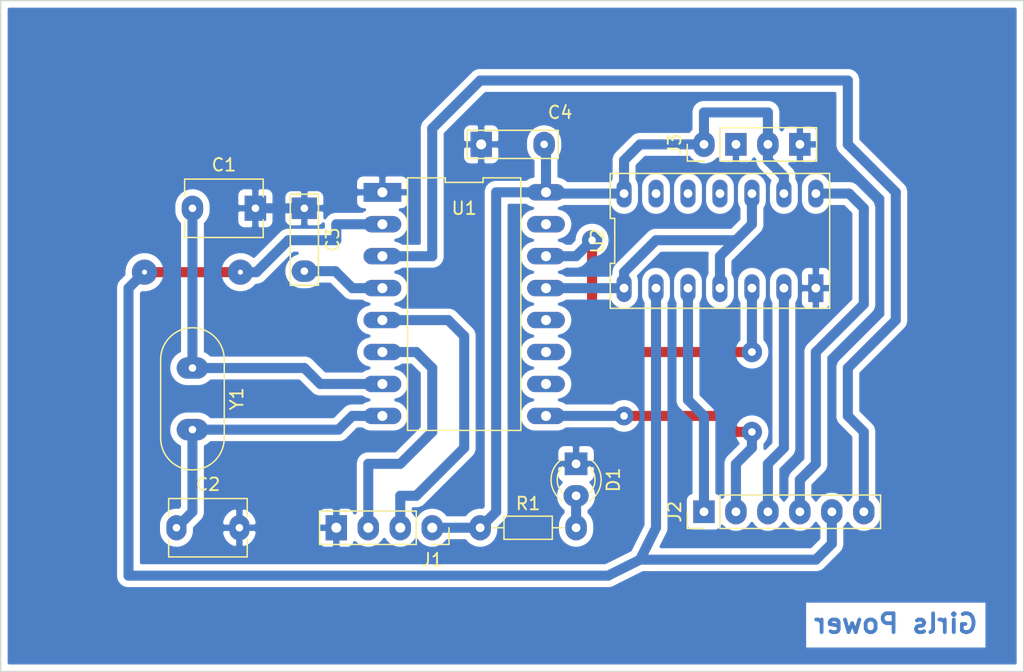
<source format=kicad_pcb>
(kicad_pcb (version 20171130) (host pcbnew 5.1.5-52549c5~84~ubuntu19.10.1)

  (general
    (thickness 1.6)
    (drawings 5)
    (tracks 112)
    (zones 0)
    (modules 12)
    (nets 24)
  )

  (page A4)
  (layers
    (0 F.Cu signal)
    (31 B.Cu signal)
    (32 B.Adhes user)
    (33 F.Adhes user)
    (34 B.Paste user)
    (35 F.Paste user)
    (36 B.SilkS user)
    (37 F.SilkS user)
    (38 B.Mask user)
    (39 F.Mask user)
    (40 Dwgs.User user)
    (41 Cmts.User user)
    (42 Eco1.User user)
    (43 Eco2.User user)
    (44 Edge.Cuts user)
    (45 Margin user)
    (46 B.CrtYd user)
    (47 F.CrtYd user)
    (48 B.Fab user)
    (49 F.Fab user)
  )

  (setup
    (last_trace_width 0.8)
    (trace_clearance 0.5)
    (zone_clearance 0.508)
    (zone_45_only no)
    (trace_min 0.2)
    (via_size 0.8)
    (via_drill 0.4)
    (via_min_size 0.4)
    (via_min_drill 0.3)
    (uvia_size 0.3)
    (uvia_drill 0.1)
    (uvias_allowed no)
    (uvia_min_size 0.2)
    (uvia_min_drill 0.1)
    (edge_width 0.05)
    (segment_width 0.2)
    (pcb_text_width 0.3)
    (pcb_text_size 1.5 1.5)
    (mod_edge_width 0.12)
    (mod_text_size 1 1)
    (mod_text_width 0.15)
    (pad_size 1.5 1)
    (pad_drill 0.6)
    (pad_to_mask_clearance 0.051)
    (solder_mask_min_width 0.25)
    (aux_axis_origin 0 0)
    (visible_elements FFFFFF7F)
    (pcbplotparams
      (layerselection 0x010fc_ffffffff)
      (usegerberextensions false)
      (usegerberattributes false)
      (usegerberadvancedattributes false)
      (creategerberjobfile false)
      (excludeedgelayer true)
      (linewidth 0.100000)
      (plotframeref false)
      (viasonmask false)
      (mode 1)
      (useauxorigin false)
      (hpglpennumber 1)
      (hpglpenspeed 20)
      (hpglpendiameter 15.000000)
      (psnegative false)
      (psa4output false)
      (plotreference true)
      (plotvalue true)
      (plotinvisibletext false)
      (padsonsilk false)
      (subtractmaskfromsilk false)
      (outputformat 1)
      (mirror false)
      (drillshape 1)
      (scaleselection 1)
      (outputdirectory ""))
  )

  (net 0 "")
  (net 1 GND)
  (net 2 "Net-(C1-Pad1)")
  (net 3 "Net-(C2-Pad1)")
  (net 4 "Net-(C3-Pad2)")
  (net 5 VCC)
  (net 6 "Net-(D1-Pad2)")
  (net 7 /D+)
  (net 8 /D-)
  (net 9 /MOSI)
  (net 10 /MISO)
  (net 11 /SCK)
  (net 12 /RST)
  (net 13 "Net-(U1-Pad15)")
  (net 14 /RDX1)
  (net 15 /2A)
  (net 16 /TDX)
  (net 17 /1G)
  (net 18 "Net-(U1-Pad12)")
  (net 19 "Net-(U1-Pad11)")
  (net 20 "Net-(U1-Pad10)")
  (net 21 "Net-(U2-Pad13)")
  (net 22 "Net-(U2-Pad12)")
  (net 23 "Net-(U2-Pad11)")

  (net_class Default "This is the default net class."
    (clearance 0.5)
    (trace_width 0.8)
    (via_dia 0.8)
    (via_drill 0.4)
    (uvia_dia 0.3)
    (uvia_drill 0.1)
    (add_net /1G)
    (add_net /2A)
    (add_net /D+)
    (add_net /D-)
    (add_net /MISO)
    (add_net /MOSI)
    (add_net /RDX1)
    (add_net /RST)
    (add_net /SCK)
    (add_net /TDX)
    (add_net GND)
    (add_net "Net-(C1-Pad1)")
    (add_net "Net-(C2-Pad1)")
    (add_net "Net-(C3-Pad2)")
    (add_net "Net-(D1-Pad2)")
    (add_net "Net-(U1-Pad10)")
    (add_net "Net-(U1-Pad11)")
    (add_net "Net-(U1-Pad12)")
    (add_net "Net-(U1-Pad15)")
    (add_net "Net-(U2-Pad11)")
    (add_net "Net-(U2-Pad12)")
    (add_net "Net-(U2-Pad13)")
    (add_net VCC)
  )

  (module Connector_PinHeader_2.54mm:PinHeader_1x06_P2.54mm_Vertical (layer F.Cu) (tedit 5E65908C) (tstamp 5E641042)
    (at 217.17 64.77 90)
    (descr "Through hole straight pin header, 1x06, 2.54mm pitch, single row")
    (tags "Through hole pin header THT 1x06 2.54mm single row")
    (path /5E6CE3D7)
    (fp_text reference J2 (at 0 -2.33 90) (layer F.SilkS)
      (effects (font (size 1 1) (thickness 0.15)))
    )
    (fp_text value Conn_01x06_Male (at 0 15.03 90) (layer F.Fab)
      (effects (font (size 1 1) (thickness 0.15)))
    )
    (fp_text user %R (at 0 6.35) (layer F.Fab)
      (effects (font (size 1 1) (thickness 0.15)))
    )
    (fp_line (start 1.8 -1.8) (end -1.8 -1.8) (layer F.CrtYd) (width 0.05))
    (fp_line (start 1.8 14.5) (end 1.8 -1.8) (layer F.CrtYd) (width 0.05))
    (fp_line (start -1.8 14.5) (end 1.8 14.5) (layer F.CrtYd) (width 0.05))
    (fp_line (start -1.8 -1.8) (end -1.8 14.5) (layer F.CrtYd) (width 0.05))
    (fp_line (start -1.33 -1.33) (end 0 -1.33) (layer F.SilkS) (width 0.12))
    (fp_line (start -1.33 0) (end -1.33 -1.33) (layer F.SilkS) (width 0.12))
    (fp_line (start -1.33 1.27) (end 1.33 1.27) (layer F.SilkS) (width 0.12))
    (fp_line (start 1.33 1.27) (end 1.33 14.03) (layer F.SilkS) (width 0.12))
    (fp_line (start -1.33 1.27) (end -1.33 14.03) (layer F.SilkS) (width 0.12))
    (fp_line (start -1.33 14.03) (end 1.33 14.03) (layer F.SilkS) (width 0.12))
    (fp_line (start -1.27 -0.635) (end -0.635 -1.27) (layer F.Fab) (width 0.1))
    (fp_line (start -1.27 13.97) (end -1.27 -0.635) (layer F.Fab) (width 0.1))
    (fp_line (start 1.27 13.97) (end -1.27 13.97) (layer F.Fab) (width 0.1))
    (fp_line (start 1.27 -1.27) (end 1.27 13.97) (layer F.Fab) (width 0.1))
    (fp_line (start -0.635 -1.27) (end 1.27 -1.27) (layer F.Fab) (width 0.1))
    (pad 6 thru_hole oval (at 0 12.7 90) (size 2 1.7) (drill 0.7) (layers *.Cu *.Mask)
      (net 16 /TDX))
    (pad 5 thru_hole oval (at 0 10.16 90) (size 2 1.7) (drill 0.7) (layers *.Cu *.Mask)
      (net 14 /RDX1))
    (pad 4 thru_hole oval (at 0 7.62 90) (size 2 1.7) (drill 0.7) (layers *.Cu *.Mask)
      (net 12 /RST))
    (pad 3 thru_hole oval (at 0 5.08 90) (size 2 1.7) (drill 0.7) (layers *.Cu *.Mask)
      (net 11 /SCK))
    (pad 2 thru_hole oval (at 0 2.54 90) (size 2 1.7) (drill 0.7) (layers *.Cu *.Mask)
      (net 10 /MISO))
    (pad 1 thru_hole rect (at 0 0 90) (size 1.8 1.7) (drill 0.7) (layers *.Cu *.Mask)
      (net 9 /MOSI))
    (model ${KISYS3DMOD}/Connector_PinHeader_2.54mm.3dshapes/PinHeader_1x06_P2.54mm_Vertical.wrl
      (at (xyz 0 0 0))
      (scale (xyz 1 1 1))
      (rotate (xyz 0 0 0))
    )
  )

  (module Capacitor_THT:C_Disc_D6.0mm_W4.4mm_P5.00mm (layer F.Cu) (tedit 5E6422AF) (tstamp 5E640FC4)
    (at 176.53 40.64)
    (descr "C, Disc series, Radial, pin pitch=5.00mm, , diameter*width=6*4.4mm^2, Capacitor")
    (tags "C Disc series Radial pin pitch 5.00mm  diameter 6mm width 4.4mm Capacitor")
    (path /5E670FE8)
    (fp_text reference C1 (at 2.5 -3.45) (layer F.SilkS)
      (effects (font (size 1 1) (thickness 0.15)))
    )
    (fp_text value 33pF (at 2.5 3.45) (layer F.Fab)
      (effects (font (size 1 1) (thickness 0.15)))
    )
    (fp_text user %R (at 2.5 0) (layer F.Fab)
      (effects (font (size 1 1) (thickness 0.15)))
    )
    (fp_line (start 6.05 -2.45) (end -1.05 -2.45) (layer F.CrtYd) (width 0.05))
    (fp_line (start 6.05 2.45) (end 6.05 -2.45) (layer F.CrtYd) (width 0.05))
    (fp_line (start -1.05 2.45) (end 6.05 2.45) (layer F.CrtYd) (width 0.05))
    (fp_line (start -1.05 -2.45) (end -1.05 2.45) (layer F.CrtYd) (width 0.05))
    (fp_line (start 5.62 0.925) (end 5.62 2.321) (layer F.SilkS) (width 0.12))
    (fp_line (start 5.62 -2.321) (end 5.62 -0.925) (layer F.SilkS) (width 0.12))
    (fp_line (start -0.62 0.925) (end -0.62 2.321) (layer F.SilkS) (width 0.12))
    (fp_line (start -0.62 -2.321) (end -0.62 -0.925) (layer F.SilkS) (width 0.12))
    (fp_line (start -0.62 2.321) (end 5.62 2.321) (layer F.SilkS) (width 0.12))
    (fp_line (start -0.62 -2.321) (end 5.62 -2.321) (layer F.SilkS) (width 0.12))
    (fp_line (start 5.5 -2.2) (end -0.5 -2.2) (layer F.Fab) (width 0.1))
    (fp_line (start 5.5 2.2) (end 5.5 -2.2) (layer F.Fab) (width 0.1))
    (fp_line (start -0.5 2.2) (end 5.5 2.2) (layer F.Fab) (width 0.1))
    (fp_line (start -0.5 -2.2) (end -0.5 2.2) (layer F.Fab) (width 0.1))
    (pad 2 thru_hole rect (at 5 0) (size 1.7 2) (drill 0.6) (layers *.Cu *.Mask)
      (net 1 GND))
    (pad 1 thru_hole oval (at 0 0) (size 1.7 2) (drill 0.6) (layers *.Cu *.Mask)
      (net 2 "Net-(C1-Pad1)"))
    (model ${KISYS3DMOD}/Capacitor_THT.3dshapes/C_Disc_D6.0mm_W4.4mm_P5.00mm.wrl
      (at (xyz 0 0 0))
      (scale (xyz 1 1 1))
      (rotate (xyz 0 0 0))
    )
  )

  (module Capacitor_THT:C_Disc_D6.0mm_W4.4mm_P5.00mm (layer F.Cu) (tedit 5E642125) (tstamp 5E640FD9)
    (at 175.26 66.04)
    (descr "C, Disc series, Radial, pin pitch=5.00mm, , diameter*width=6*4.4mm^2, Capacitor")
    (tags "C Disc series Radial pin pitch 5.00mm  diameter 6mm width 4.4mm Capacitor")
    (path /5E670468)
    (fp_text reference C2 (at 2.5 -3.45) (layer F.SilkS)
      (effects (font (size 1 1) (thickness 0.15)))
    )
    (fp_text value 33pF (at 2.5 3.45) (layer F.Fab)
      (effects (font (size 1 1) (thickness 0.15)))
    )
    (fp_line (start -0.5 -2.2) (end -0.5 2.2) (layer F.Fab) (width 0.1))
    (fp_line (start -0.5 2.2) (end 5.5 2.2) (layer F.Fab) (width 0.1))
    (fp_line (start 5.5 2.2) (end 5.5 -2.2) (layer F.Fab) (width 0.1))
    (fp_line (start 5.5 -2.2) (end -0.5 -2.2) (layer F.Fab) (width 0.1))
    (fp_line (start -0.62 -2.321) (end 5.62 -2.321) (layer F.SilkS) (width 0.12))
    (fp_line (start -0.62 2.321) (end 5.62 2.321) (layer F.SilkS) (width 0.12))
    (fp_line (start -0.62 -2.321) (end -0.62 -0.925) (layer F.SilkS) (width 0.12))
    (fp_line (start -0.62 0.925) (end -0.62 2.321) (layer F.SilkS) (width 0.12))
    (fp_line (start 5.62 -2.321) (end 5.62 -0.925) (layer F.SilkS) (width 0.12))
    (fp_line (start 5.62 0.925) (end 5.62 2.321) (layer F.SilkS) (width 0.12))
    (fp_line (start -1.05 -2.45) (end -1.05 2.45) (layer F.CrtYd) (width 0.05))
    (fp_line (start -1.05 2.45) (end 6.05 2.45) (layer F.CrtYd) (width 0.05))
    (fp_line (start 6.05 2.45) (end 6.05 -2.45) (layer F.CrtYd) (width 0.05))
    (fp_line (start 6.05 -2.45) (end -1.05 -2.45) (layer F.CrtYd) (width 0.05))
    (fp_text user %R (at 2.5 0) (layer F.Fab)
      (effects (font (size 1 1) (thickness 0.15)))
    )
    (pad 1 thru_hole oval (at 0 0) (size 1.6 2) (drill 0.6) (layers *.Cu *.Mask)
      (net 3 "Net-(C2-Pad1)"))
    (pad 2 thru_hole oval (at 5 0) (size 1.6 2) (drill 0.6) (layers *.Cu *.Mask)
      (net 1 GND))
    (model ${KISYS3DMOD}/Capacitor_THT.3dshapes/C_Disc_D6.0mm_W4.4mm_P5.00mm.wrl
      (at (xyz 0 0 0))
      (scale (xyz 1 1 1))
      (rotate (xyz 0 0 0))
    )
  )

  (module Capacitor_THT:C_Rect_L7.0mm_W2.0mm_P5.00mm (layer F.Cu) (tedit 5E6422A1) (tstamp 5E640FEC)
    (at 185.42 40.64 270)
    (descr "C, Rect series, Radial, pin pitch=5.00mm, , length*width=7*2mm^2, Capacitor")
    (tags "C Rect series Radial pin pitch 5.00mm  length 7mm width 2mm Capacitor")
    (path /5E664C45)
    (fp_text reference C3 (at 2.5 -2.25 90) (layer F.SilkS)
      (effects (font (size 1 1) (thickness 0.15)))
    )
    (fp_text value 10nF (at 2.5 2.25 90) (layer F.Fab)
      (effects (font (size 1 1) (thickness 0.15)))
    )
    (fp_line (start -1 -1) (end -1 1) (layer F.Fab) (width 0.1))
    (fp_line (start -1 1) (end 6 1) (layer F.Fab) (width 0.1))
    (fp_line (start 6 1) (end 6 -1) (layer F.Fab) (width 0.1))
    (fp_line (start 6 -1) (end -1 -1) (layer F.Fab) (width 0.1))
    (fp_line (start -1.12 -1.12) (end 6.12 -1.12) (layer F.SilkS) (width 0.12))
    (fp_line (start -1.12 1.12) (end 6.12 1.12) (layer F.SilkS) (width 0.12))
    (fp_line (start -1.12 -1.12) (end -1.12 1.12) (layer F.SilkS) (width 0.12))
    (fp_line (start 6.12 -1.12) (end 6.12 1.12) (layer F.SilkS) (width 0.12))
    (fp_line (start -1.25 -1.25) (end -1.25 1.25) (layer F.CrtYd) (width 0.05))
    (fp_line (start -1.25 1.25) (end 6.25 1.25) (layer F.CrtYd) (width 0.05))
    (fp_line (start 6.25 1.25) (end 6.25 -1.25) (layer F.CrtYd) (width 0.05))
    (fp_line (start 6.25 -1.25) (end -1.25 -1.25) (layer F.CrtYd) (width 0.05))
    (fp_text user %R (at 2.5 0 90) (layer F.Fab)
      (effects (font (size 1 1) (thickness 0.15)))
    )
    (pad 1 thru_hole rect (at 0 0 270) (size 1.7 2) (drill 0.6) (layers *.Cu *.Mask)
      (net 1 GND))
    (pad 2 thru_hole oval (at 5 0 270) (size 1.7 2) (drill 0.6) (layers *.Cu *.Mask)
      (net 4 "Net-(C3-Pad2)"))
    (model ${KISYS3DMOD}/Capacitor_THT.3dshapes/C_Rect_L7.0mm_W2.0mm_P5.00mm.wrl
      (at (xyz 0 0 0))
      (scale (xyz 1 1 1))
      (rotate (xyz 0 0 0))
    )
  )

  (module Capacitor_THT:C_Rect_L7.0mm_W2.0mm_P5.00mm (layer F.Cu) (tedit 5E6422E2) (tstamp 5E640FFF)
    (at 204.47 35.56 180)
    (descr "C, Rect series, Radial, pin pitch=5.00mm, , length*width=7*2mm^2, Capacitor")
    (tags "C Rect series Radial pin pitch 5.00mm  length 7mm width 2mm Capacitor")
    (path /5E6665A3)
    (fp_text reference C4 (at -1.27 2.54) (layer F.SilkS)
      (effects (font (size 1 1) (thickness 0.15)))
    )
    (fp_text value 100nF (at 2.5 2.25) (layer F.Fab)
      (effects (font (size 1 1) (thickness 0.15)))
    )
    (fp_text user %R (at 2.5 0) (layer F.Fab)
      (effects (font (size 1 1) (thickness 0.15)))
    )
    (fp_line (start 6.25 -1.25) (end -1.25 -1.25) (layer F.CrtYd) (width 0.05))
    (fp_line (start 6.25 1.25) (end 6.25 -1.25) (layer F.CrtYd) (width 0.05))
    (fp_line (start -1.25 1.25) (end 6.25 1.25) (layer F.CrtYd) (width 0.05))
    (fp_line (start -1.25 -1.25) (end -1.25 1.25) (layer F.CrtYd) (width 0.05))
    (fp_line (start 6.12 -1.12) (end 6.12 1.12) (layer F.SilkS) (width 0.12))
    (fp_line (start -1.12 -1.12) (end -1.12 1.12) (layer F.SilkS) (width 0.12))
    (fp_line (start -1.12 1.12) (end 6.12 1.12) (layer F.SilkS) (width 0.12))
    (fp_line (start -1.12 -1.12) (end 6.12 -1.12) (layer F.SilkS) (width 0.12))
    (fp_line (start 6 -1) (end -1 -1) (layer F.Fab) (width 0.1))
    (fp_line (start 6 1) (end 6 -1) (layer F.Fab) (width 0.1))
    (fp_line (start -1 1) (end 6 1) (layer F.Fab) (width 0.1))
    (fp_line (start -1 -1) (end -1 1) (layer F.Fab) (width 0.1))
    (pad 2 thru_hole rect (at 5 0 180) (size 1.7 2) (drill 0.8) (layers *.Cu *.Mask)
      (net 1 GND))
    (pad 1 thru_hole oval (at 0 0 180) (size 1.7 2) (drill 0.6) (layers *.Cu *.Mask)
      (net 5 VCC))
    (model ${KISYS3DMOD}/Capacitor_THT.3dshapes/C_Rect_L7.0mm_W2.0mm_P5.00mm.wrl
      (at (xyz 0 0 0))
      (scale (xyz 1 1 1))
      (rotate (xyz 0 0 0))
    )
  )

  (module LED_THT:LED_D3.0mm (layer F.Cu) (tedit 5E6421C2) (tstamp 5E641012)
    (at 207.01 60.96 270)
    (descr "LED, diameter 3.0mm, 2 pins")
    (tags "LED diameter 3.0mm 2 pins")
    (path /5E6450A9)
    (fp_text reference D1 (at 1.27 -2.96 90) (layer F.SilkS)
      (effects (font (size 1 1) (thickness 0.15)))
    )
    (fp_text value LED (at 1.27 2.96 90) (layer F.Fab)
      (effects (font (size 1 1) (thickness 0.15)))
    )
    (fp_arc (start 1.27 0) (end -0.23 -1.16619) (angle 284.3) (layer F.Fab) (width 0.1))
    (fp_arc (start 1.27 0) (end -0.29 -1.235516) (angle 108.8) (layer F.SilkS) (width 0.12))
    (fp_arc (start 1.27 0) (end -0.29 1.235516) (angle -108.8) (layer F.SilkS) (width 0.12))
    (fp_arc (start 1.27 0) (end 0.229039 -1.08) (angle 87.9) (layer F.SilkS) (width 0.12))
    (fp_arc (start 1.27 0) (end 0.229039 1.08) (angle -87.9) (layer F.SilkS) (width 0.12))
    (fp_circle (center 1.27 0) (end 2.77 0) (layer F.Fab) (width 0.1))
    (fp_line (start -0.23 -1.16619) (end -0.23 1.16619) (layer F.Fab) (width 0.1))
    (fp_line (start -0.29 -1.236) (end -0.29 -1.08) (layer F.SilkS) (width 0.12))
    (fp_line (start -0.29 1.08) (end -0.29 1.236) (layer F.SilkS) (width 0.12))
    (fp_line (start -1.15 -2.25) (end -1.15 2.25) (layer F.CrtYd) (width 0.05))
    (fp_line (start -1.15 2.25) (end 3.7 2.25) (layer F.CrtYd) (width 0.05))
    (fp_line (start 3.7 2.25) (end 3.7 -2.25) (layer F.CrtYd) (width 0.05))
    (fp_line (start 3.7 -2.25) (end -1.15 -2.25) (layer F.CrtYd) (width 0.05))
    (pad 1 thru_hole rect (at 0 0 270) (size 1.8 1.8) (drill 0.7) (layers *.Cu *.Mask)
      (net 1 GND))
    (pad 2 thru_hole oval (at 2.54 0 270) (size 1.7 2) (drill 0.7) (layers *.Cu *.Mask)
      (net 6 "Net-(D1-Pad2)"))
    (model ${KISYS3DMOD}/LED_THT.3dshapes/LED_D3.0mm.wrl
      (at (xyz 0 0 0))
      (scale (xyz 1 1 1))
      (rotate (xyz 0 0 0))
    )
  )

  (module Connector_PinSocket_2.54mm:PinSocket_1x04_P2.54mm_Vertical (layer F.Cu) (tedit 5E642173) (tstamp 5E64102A)
    (at 195.58 66.04 270)
    (descr "Through hole straight socket strip, 1x04, 2.54mm pitch, single row (from Kicad 4.0.7), script generated")
    (tags "Through hole socket strip THT 1x04 2.54mm single row")
    (path /5E6474B8)
    (fp_text reference J1 (at 2.54 0 180) (layer F.SilkS)
      (effects (font (size 1 1) (thickness 0.15)))
    )
    (fp_text value USB_Breakout (at -3.81 3.81 180) (layer F.Fab)
      (effects (font (size 1 1) (thickness 0.15)))
    )
    (fp_line (start -1.27 -1.27) (end 0.635 -1.27) (layer F.Fab) (width 0.1))
    (fp_line (start 0.635 -1.27) (end 1.27 -0.635) (layer F.Fab) (width 0.1))
    (fp_line (start 1.27 -0.635) (end 1.27 8.89) (layer F.Fab) (width 0.1))
    (fp_line (start 1.27 8.89) (end -1.27 8.89) (layer F.Fab) (width 0.1))
    (fp_line (start -1.27 8.89) (end -1.27 -1.27) (layer F.Fab) (width 0.1))
    (fp_line (start -1.33 1.27) (end 1.33 1.27) (layer F.SilkS) (width 0.12))
    (fp_line (start -1.33 1.27) (end -1.33 8.95) (layer F.SilkS) (width 0.12))
    (fp_line (start -1.33 8.95) (end 1.33 8.95) (layer F.SilkS) (width 0.12))
    (fp_line (start 1.33 1.27) (end 1.33 8.95) (layer F.SilkS) (width 0.12))
    (fp_line (start 1.33 -1.33) (end 1.33 0) (layer F.SilkS) (width 0.12))
    (fp_line (start 0 -1.33) (end 1.33 -1.33) (layer F.SilkS) (width 0.12))
    (fp_line (start -1.8 -1.8) (end 1.75 -1.8) (layer F.CrtYd) (width 0.05))
    (fp_line (start 1.75 -1.8) (end 1.75 9.4) (layer F.CrtYd) (width 0.05))
    (fp_line (start 1.75 9.4) (end -1.8 9.4) (layer F.CrtYd) (width 0.05))
    (fp_line (start -1.8 9.4) (end -1.8 -1.8) (layer F.CrtYd) (width 0.05))
    (fp_text user %R (at 0 3.81) (layer F.Fab)
      (effects (font (size 1 1) (thickness 0.15)))
    )
    (pad 1 thru_hole oval (at 0 0 270) (size 2 1.7) (drill 0.8) (layers *.Cu *.Mask)
      (net 5 VCC))
    (pad 2 thru_hole oval (at 0 2.54 270) (size 2 1.7) (drill 0.8) (layers *.Cu *.Mask)
      (net 7 /D+))
    (pad 3 thru_hole oval (at 0 5.08 270) (size 2 1.7) (drill 0.8) (layers *.Cu *.Mask)
      (net 8 /D-))
    (pad 4 thru_hole rect (at 0 7.62 270) (size 2 1.7) (drill 0.8) (layers *.Cu *.Mask)
      (net 1 GND))
    (model ${KISYS3DMOD}/Connector_PinSocket_2.54mm.3dshapes/PinSocket_1x04_P2.54mm_Vertical.wrl
      (at (xyz 0 0 0))
      (scale (xyz 1 1 1))
      (rotate (xyz 0 0 0))
    )
  )

  (module Connector_PinHeader_2.54mm:PinHeader_1x04_P2.54mm_Vertical (layer F.Cu) (tedit 5E642389) (tstamp 5E64105A)
    (at 217.17 35.56 90)
    (descr "Through hole straight pin header, 1x04, 2.54mm pitch, single row")
    (tags "Through hole pin header THT 1x04 2.54mm single row")
    (path /5E642563)
    (fp_text reference J3 (at 0 -2.33 90) (layer F.SilkS)
      (effects (font (size 1 1) (thickness 0.15)))
    )
    (fp_text value Conn_01x04_Male (at 6.35 5.08) (layer F.Fab)
      (effects (font (size 1 1) (thickness 0.15)))
    )
    (fp_text user %R (at 0 3.81) (layer F.Fab)
      (effects (font (size 1 1) (thickness 0.15)))
    )
    (fp_line (start 1.8 -1.8) (end -1.8 -1.8) (layer F.CrtYd) (width 0.05))
    (fp_line (start 1.8 9.4) (end 1.8 -1.8) (layer F.CrtYd) (width 0.05))
    (fp_line (start -1.8 9.4) (end 1.8 9.4) (layer F.CrtYd) (width 0.05))
    (fp_line (start -1.8 -1.8) (end -1.8 9.4) (layer F.CrtYd) (width 0.05))
    (fp_line (start -1.33 -1.33) (end 0 -1.33) (layer F.SilkS) (width 0.12))
    (fp_line (start -1.33 0) (end -1.33 -1.33) (layer F.SilkS) (width 0.12))
    (fp_line (start -1.33 1.27) (end 1.33 1.27) (layer F.SilkS) (width 0.12))
    (fp_line (start 1.33 1.27) (end 1.33 8.95) (layer F.SilkS) (width 0.12))
    (fp_line (start -1.33 1.27) (end -1.33 8.95) (layer F.SilkS) (width 0.12))
    (fp_line (start -1.33 8.95) (end 1.33 8.95) (layer F.SilkS) (width 0.12))
    (fp_line (start -1.27 -0.635) (end -0.635 -1.27) (layer F.Fab) (width 0.1))
    (fp_line (start -1.27 8.89) (end -1.27 -0.635) (layer F.Fab) (width 0.1))
    (fp_line (start 1.27 8.89) (end -1.27 8.89) (layer F.Fab) (width 0.1))
    (fp_line (start 1.27 -1.27) (end 1.27 8.89) (layer F.Fab) (width 0.1))
    (fp_line (start -0.635 -1.27) (end 1.27 -1.27) (layer F.Fab) (width 0.1))
    (pad 4 thru_hole rect (at 0 7.62 90) (size 1.8 1.7) (drill 0.7) (layers *.Cu B.Mask)
      (net 1 GND))
    (pad 3 thru_hole oval (at 0 5.08 90) (size 2 1.7) (drill 0.7) (layers *.Cu *.Mask)
      (net 5 VCC))
    (pad 2 thru_hole rect (at 0 2.54 90) (size 1.8 1.7) (drill 0.7) (layers *.Cu *.Mask)
      (net 1 GND))
    (pad 1 thru_hole oval (at 0 0 90) (size 2 1.7) (drill 0.7) (layers *.Cu *.Mask)
      (net 5 VCC))
    (model ${KISYS3DMOD}/Connector_PinHeader_2.54mm.3dshapes/PinHeader_1x04_P2.54mm_Vertical.wrl
      (at (xyz 0 0 0))
      (scale (xyz 1 1 1))
      (rotate (xyz 0 0 0))
    )
  )

  (module Resistor_THT:R_Axial_DIN0204_L3.6mm_D1.6mm_P7.62mm_Horizontal (layer F.Cu) (tedit 5E6421A2) (tstamp 5E641071)
    (at 199.39 66.04)
    (descr "Resistor, Axial_DIN0204 series, Axial, Horizontal, pin pitch=7.62mm, 0.167W, length*diameter=3.6*1.6mm^2, http://cdn-reichelt.de/documents/datenblatt/B400/1_4W%23YAG.pdf")
    (tags "Resistor Axial_DIN0204 series Axial Horizontal pin pitch 7.62mm 0.167W length 3.6mm diameter 1.6mm")
    (path /5E645CCA)
    (fp_text reference R1 (at 3.81 -1.92) (layer F.SilkS)
      (effects (font (size 1 1) (thickness 0.15)))
    )
    (fp_text value 1K (at -1.27 -2.54 90) (layer F.Fab)
      (effects (font (size 1 1) (thickness 0.15)))
    )
    (fp_line (start 2.01 -0.8) (end 2.01 0.8) (layer F.Fab) (width 0.1))
    (fp_line (start 2.01 0.8) (end 5.61 0.8) (layer F.Fab) (width 0.1))
    (fp_line (start 5.61 0.8) (end 5.61 -0.8) (layer F.Fab) (width 0.1))
    (fp_line (start 5.61 -0.8) (end 2.01 -0.8) (layer F.Fab) (width 0.1))
    (fp_line (start 0 0) (end 2.01 0) (layer F.Fab) (width 0.1))
    (fp_line (start 7.62 0) (end 5.61 0) (layer F.Fab) (width 0.1))
    (fp_line (start 1.89 -0.92) (end 1.89 0.92) (layer F.SilkS) (width 0.12))
    (fp_line (start 1.89 0.92) (end 5.73 0.92) (layer F.SilkS) (width 0.12))
    (fp_line (start 5.73 0.92) (end 5.73 -0.92) (layer F.SilkS) (width 0.12))
    (fp_line (start 5.73 -0.92) (end 1.89 -0.92) (layer F.SilkS) (width 0.12))
    (fp_line (start 0.94 0) (end 1.89 0) (layer F.SilkS) (width 0.12))
    (fp_line (start 6.68 0) (end 5.73 0) (layer F.SilkS) (width 0.12))
    (fp_line (start -0.95 -1.05) (end -0.95 1.05) (layer F.CrtYd) (width 0.05))
    (fp_line (start -0.95 1.05) (end 8.57 1.05) (layer F.CrtYd) (width 0.05))
    (fp_line (start 8.57 1.05) (end 8.57 -1.05) (layer F.CrtYd) (width 0.05))
    (fp_line (start 8.57 -1.05) (end -0.95 -1.05) (layer F.CrtYd) (width 0.05))
    (fp_text user %R (at 3.81 0) (layer F.Fab)
      (effects (font (size 0.72 0.72) (thickness 0.108)))
    )
    (pad 1 thru_hole oval (at 0 0) (size 1.7 2) (drill 0.7) (layers *.Cu *.Mask)
      (net 5 VCC))
    (pad 2 thru_hole oval (at 7.62 0) (size 1.7 2) (drill 0.7) (layers *.Cu *.Mask)
      (net 6 "Net-(D1-Pad2)"))
    (model ${KISYS3DMOD}/Resistor_THT.3dshapes/R_Axial_DIN0204_L3.6mm_D1.6mm_P7.62mm_Horizontal.wrl
      (at (xyz 0 0 0))
      (scale (xyz 1 1 1))
      (rotate (xyz 0 0 0))
    )
  )

  (module Embedded:CH340_With_Adapter (layer F.Cu) (tedit 5E6422C9) (tstamp 5E641091)
    (at 198.12 48.26 270)
    (path /5E6400D8)
    (fp_text reference U1 (at -7.62 0) (layer F.SilkS)
      (effects (font (size 1 1) (thickness 0.15)))
    )
    (fp_text value CH340G (at 0 0 90) (layer F.Fab)
      (effects (font (size 1 1) (thickness 0.15)))
    )
    (fp_line (start -10.04 4.499999) (end 10.04 4.5) (layer F.SilkS) (width 0.12))
    (fp_line (start 10.04 4.5) (end 10.04 -4.499999) (layer F.SilkS) (width 0.12))
    (fp_line (start 10.04 -4.499999) (end -10.04 -4.5) (layer F.SilkS) (width 0.12))
    (fp_line (start -10.04 -4.5) (end -10.04 -1.5) (layer F.SilkS) (width 0.12))
    (fp_line (start -10.04 -1.5) (end -9.68 -1.5) (layer F.SilkS) (width 0.12))
    (fp_line (start -9.68 -1.5) (end -9.68 1.499999) (layer F.SilkS) (width 0.12))
    (fp_line (start -9.68 1.499999) (end -10.04 1.499999) (layer F.SilkS) (width 0.12))
    (fp_line (start -10.04 1.499999) (end -10.04 4.499999) (layer F.SilkS) (width 0.12))
    (fp_line (start -9.79 -8.25) (end 9.79 -8.25) (layer F.CrtYd) (width 0.05))
    (fp_line (start 9.79 -8.25) (end 9.79 8.25) (layer F.CrtYd) (width 0.05))
    (fp_line (start 9.79 8.25) (end -9.79 8.25) (layer F.CrtYd) (width 0.05))
    (fp_line (start -9.79 8.25) (end -9.79 -8.25) (layer F.CrtYd) (width 0.05))
    (pad 16 thru_hole oval (at -8.89 -6.5 270) (size 1.3 3) (drill 0.8) (layers *.Cu *.Mask)
      (net 5 VCC))
    (pad 1 thru_hole rect (at -8.89 6.5 270) (size 1.5 3) (drill 0.8) (layers *.Cu *.Mask)
      (net 1 GND))
    (pad 15 thru_hole oval (at -6.35 -6.5 270) (size 1.3 3) (drill 0.8) (layers *.Cu *.Mask)
      (net 13 "Net-(U1-Pad15)"))
    (pad 2 thru_hole oval (at -6.35 6.5 270) (size 1.3 3) (drill 0.8) (layers *.Cu *.Mask)
      (net 14 /RDX1))
    (pad 14 thru_hole oval (at -3.81 -6.5 270) (size 1.3 3) (drill 0.8) (layers *.Cu *.Mask)
      (net 15 /2A))
    (pad 3 thru_hole oval (at -3.81 6.5 270) (size 1.3 3) (drill 0.8) (layers *.Cu *.Mask)
      (net 16 /TDX))
    (pad 13 thru_hole oval (at -1.27 -6.5 270) (size 1.3 3) (drill 0.8) (layers *.Cu *.Mask)
      (net 17 /1G))
    (pad 4 thru_hole oval (at -1.27 6.5 270) (size 1.3 3) (drill 0.8) (layers *.Cu *.Mask)
      (net 4 "Net-(C3-Pad2)"))
    (pad 12 thru_hole oval (at 1.27 -6.5 270) (size 1.3 3) (drill 0.8) (layers *.Cu *.Mask)
      (net 18 "Net-(U1-Pad12)"))
    (pad 5 thru_hole oval (at 1.27 6.5 270) (size 1.3 3) (drill 0.8) (layers *.Cu *.Mask)
      (net 7 /D+))
    (pad 11 thru_hole oval (at 3.81 -6.5 270) (size 1.3 3) (drill 0.8) (layers *.Cu *.Mask)
      (net 19 "Net-(U1-Pad11)"))
    (pad 6 thru_hole oval (at 3.81 6.5 270) (size 1.3 3) (drill 0.8) (layers *.Cu *.Mask)
      (net 8 /D-))
    (pad 10 thru_hole oval (at 6.35 -6.5 270) (size 1.3 3) (drill 0.8) (layers *.Cu *.Mask)
      (net 20 "Net-(U1-Pad10)"))
    (pad 7 thru_hole oval (at 6.35 6.5 270) (size 1.3 3) (drill 0.8) (layers *.Cu *.Mask)
      (net 2 "Net-(C1-Pad1)"))
    (pad 9 thru_hole oval (at 8.89 -6.5 270) (size 1.3 3) (drill 0.8) (layers *.Cu *.Mask)
      (net 10 /MISO))
    (pad 8 thru_hole oval (at 8.89 6.5 270) (size 1.3 3) (drill 0.8) (layers *.Cu *.Mask)
      (net 3 "Net-(C2-Pad1)"))
    (model "/home/u/Term 8/KiCAD_me/ic-smd-1.snapshot.84/MO-153AB.stp"
      (at (xyz 0 0 0))
      (scale (xyz 1 1 1))
      (rotate (xyz 0 0 0))
    )
  )

  (module Embedded:74125 (layer F.Cu) (tedit 5E6422F5) (tstamp 5E6410AF)
    (at 218.44 43.23)
    (path /5E69B661)
    (fp_text reference U2 (at -9.72 0 90) (layer F.SilkS)
      (effects (font (size 1 1) (thickness 0.15)))
    )
    (fp_text value 742125 (at 0 0) (layer F.Fab)
      (effects (font (size 1 1) (thickness 0.15)))
    )
    (fp_line (start -8.72 5.359999) (end 8.72 5.36) (layer F.SilkS) (width 0.12))
    (fp_line (start 8.72 5.36) (end 8.72 -5.359999) (layer F.SilkS) (width 0.12))
    (fp_line (start 8.72 -5.359999) (end -8.72 -5.36) (layer F.SilkS) (width 0.12))
    (fp_line (start -8.72 -5.36) (end -8.72 -1.786666) (layer F.SilkS) (width 0.12))
    (fp_line (start -8.72 -1.786666) (end -8.36 -1.786666) (layer F.SilkS) (width 0.12))
    (fp_line (start -8.36 -1.786666) (end -8.36 1.786666) (layer F.SilkS) (width 0.12))
    (fp_line (start -8.36 1.786666) (end -8.72 1.786666) (layer F.SilkS) (width 0.12))
    (fp_line (start -8.72 1.786666) (end -8.72 5.359999) (layer F.SilkS) (width 0.12))
    (fp_line (start -8.47 -5.11) (end 8.47 -5.11) (layer F.CrtYd) (width 0.05))
    (fp_line (start 8.47 -5.11) (end 8.47 5.11) (layer F.CrtYd) (width 0.05))
    (fp_line (start 8.47 5.11) (end -8.47 5.11) (layer F.CrtYd) (width 0.05))
    (fp_line (start -8.47 5.11) (end -8.47 -5.11) (layer F.CrtYd) (width 0.05))
    (pad 14 thru_hole oval (at -7.62 -3.76) (size 1.2 2.2) (drill 0.7) (layers *.Cu *.Mask)
      (net 5 VCC))
    (pad 1 thru_hole oval (at -7.62 3.76) (size 1.2 2.2) (drill 0.7) (layers *.Cu *.Mask)
      (net 17 /1G))
    (pad 13 thru_hole oval (at -5.08 -3.76) (size 1.2 2.2) (drill 0.7) (layers *.Cu *.Mask)
      (net 21 "Net-(U2-Pad13)"))
    (pad 2 thru_hole oval (at -5.08 3.76) (size 1.2 2.2) (drill 0.7) (layers *.Cu *.Mask)
      (net 14 /RDX1))
    (pad 12 thru_hole oval (at -2.54 -3.76) (size 1.2 2.2) (drill 0.7) (layers *.Cu *.Mask)
      (net 22 "Net-(U2-Pad12)"))
    (pad 3 thru_hole oval (at -2.54 3.76) (size 1.2 2.2) (drill 0.7) (layers *.Cu *.Mask)
      (net 9 /MOSI))
    (pad 11 thru_hole oval (at 0 -3.76) (size 1.2 2.2) (drill 0.7) (layers *.Cu *.Mask)
      (net 23 "Net-(U2-Pad11)"))
    (pad 4 thru_hole oval (at 0 3.76) (size 1.2 2.2) (drill 0.7) (layers *.Cu *.Mask)
      (net 17 /1G))
    (pad 10 thru_hole oval (at 2.54 -3.76) (size 1.2 2.2) (drill 0.7) (layers *.Cu *.Mask)
      (net 17 /1G))
    (pad 5 thru_hole oval (at 2.54 3.76) (size 1.2 2.2) (drill 0.7) (layers *.Cu *.Mask)
      (net 15 /2A))
    (pad 9 thru_hole oval (at 5.08 -3.76) (size 1.2 2.2) (drill 0.7) (layers *.Cu *.Mask)
      (net 5 VCC))
    (pad 6 thru_hole oval (at 5.08 3.76) (size 1.2 2.2) (drill 0.7) (layers *.Cu *.Mask)
      (net 11 /SCK))
    (pad 8 thru_hole oval (at 7.62 -3.76) (size 1.2 2.2) (drill 0.7) (layers *.Cu *.Mask)
      (net 12 /RST))
    (pad 7 thru_hole rect (at 7.62 3.76) (size 1.2 2.2) (drill 0.7) (layers *.Cu *.Mask)
      (net 1 GND))
    (model ":KIME_DIP:DIP-14 W7.62mm IC with Socket.stp"
      (offset (xyz -7.5 -3.5 -1))
      (scale (xyz 1 1 1))
      (rotate (xyz 0 0 -90))
    )
  )

  (module Crystal:Crystal_HC18-U_Vertical (layer F.Cu) (tedit 5E64222A) (tstamp 5E6410C6)
    (at 176.53 53.34 270)
    (descr "Crystal THT HC-18/U, http://5hertz.com/pdfs/04404_D.pdf")
    (tags "THT crystalHC-18/U")
    (path /5E66F6CD)
    (fp_text reference Y1 (at 2.45 -3.525 90) (layer F.SilkS)
      (effects (font (size 1 1) (thickness 0.15)))
    )
    (fp_text value Crystal (at -5.08 0) (layer F.Fab)
      (effects (font (size 1 1) (thickness 0.15)))
    )
    (fp_text user %R (at 2.45 0 90) (layer F.Fab)
      (effects (font (size 1 1) (thickness 0.15)))
    )
    (fp_line (start -0.675 -2.325) (end 5.575 -2.325) (layer F.Fab) (width 0.1))
    (fp_line (start -0.675 2.325) (end 5.575 2.325) (layer F.Fab) (width 0.1))
    (fp_line (start -0.55 -2) (end 5.45 -2) (layer F.Fab) (width 0.1))
    (fp_line (start -0.55 2) (end 5.45 2) (layer F.Fab) (width 0.1))
    (fp_line (start -0.675 -2.525) (end 5.575 -2.525) (layer F.SilkS) (width 0.12))
    (fp_line (start -0.675 2.525) (end 5.575 2.525) (layer F.SilkS) (width 0.12))
    (fp_line (start -3.5 -2.8) (end -3.5 2.8) (layer F.CrtYd) (width 0.05))
    (fp_line (start -3.5 2.8) (end 8.4 2.8) (layer F.CrtYd) (width 0.05))
    (fp_line (start 8.4 2.8) (end 8.4 -2.8) (layer F.CrtYd) (width 0.05))
    (fp_line (start 8.4 -2.8) (end -3.5 -2.8) (layer F.CrtYd) (width 0.05))
    (fp_arc (start -0.675 0) (end -0.675 -2.325) (angle -180) (layer F.Fab) (width 0.1))
    (fp_arc (start 5.575 0) (end 5.575 -2.325) (angle 180) (layer F.Fab) (width 0.1))
    (fp_arc (start -0.55 0) (end -0.55 -2) (angle -180) (layer F.Fab) (width 0.1))
    (fp_arc (start 5.45 0) (end 5.45 -2) (angle 180) (layer F.Fab) (width 0.1))
    (fp_arc (start -0.675 0) (end -0.675 -2.525) (angle -180) (layer F.SilkS) (width 0.12))
    (fp_arc (start 5.575 0) (end 5.575 -2.525) (angle 180) (layer F.SilkS) (width 0.12))
    (pad 1 thru_hole oval (at 0 0 270) (size 1.7 2.5) (drill 0.6) (layers *.Cu *.Mask)
      (net 2 "Net-(C1-Pad1)"))
    (pad 2 thru_hole oval (at 4.9 0 270) (size 1.7 2.5) (drill 0.6) (layers *.Cu *.Mask)
      (net 3 "Net-(C2-Pad1)"))
    (model ${KISYS3DMOD}/Crystal.3dshapes/Crystal_HC18-U_Vertical.wrl
      (at (xyz 0 0 0))
      (scale (xyz 1 1 1))
      (rotate (xyz 0 0 0))
    )
  )

  (gr_text "Girls Power" (at 232.41 73.66) (layer B.Cu)
    (effects (font (size 1.5 1.5) (thickness 0.3)) (justify mirror))
  )
  (gr_line (start 242.57 24.13) (end 242.57 77.47) (layer Edge.Cuts) (width 0.1))
  (gr_line (start 161.29 24.13) (end 242.57 24.13) (layer Edge.Cuts) (width 0.1))
  (gr_line (start 161.29 77.47) (end 161.29 24.13) (layer Edge.Cuts) (width 0.1))
  (gr_line (start 242.57 77.47) (end 161.29 77.47) (layer Edge.Cuts) (width 0.1))

  (segment (start 185.42 40.64) (end 181.53 40.64) (width 0.8) (layer B.Cu) (net 1))
  (segment (start 176.53 53.34) (end 176.53 40.64) (width 0.8) (layer B.Cu) (net 2))
  (segment (start 191.62 54.61) (end 186.69 54.61) (width 0.8) (layer B.Cu) (net 2))
  (segment (start 185.42 53.34) (end 176.53 53.34) (width 0.8) (layer B.Cu) (net 2))
  (segment (start 186.69 54.61) (end 185.42 53.34) (width 0.8) (layer B.Cu) (net 2))
  (segment (start 176.53 58.24) (end 176.53 64.77) (width 0.8) (layer B.Cu) (net 3))
  (segment (start 176.53 64.77) (end 175.26 66.04) (width 0.8) (layer B.Cu) (net 3))
  (segment (start 191.62 57.15) (end 189.23 57.15) (width 0.8) (layer B.Cu) (net 3))
  (segment (start 188.14 58.24) (end 176.53 58.24) (width 0.8) (layer B.Cu) (net 3))
  (segment (start 189.23 57.15) (end 188.14 58.24) (width 0.8) (layer B.Cu) (net 3))
  (segment (start 185.42 45.64) (end 187.88 45.64) (width 0.8) (layer B.Cu) (net 4))
  (segment (start 189.23 46.99) (end 191.62 46.99) (width 0.8) (layer B.Cu) (net 4))
  (segment (start 187.88 45.64) (end 189.23 46.99) (width 0.8) (layer B.Cu) (net 4))
  (segment (start 204.72 39.47) (end 204.62 39.37) (width 0.8) (layer B.Cu) (net 5))
  (segment (start 210.82 39.47) (end 204.72 39.47) (width 0.8) (layer B.Cu) (net 5))
  (segment (start 204.62 39.37) (end 200.66 39.37) (width 0.8) (layer B.Cu) (net 5))
  (segment (start 200.66 64.77) (end 199.39 66.04) (width 0.8) (layer B.Cu) (net 5))
  (segment (start 200.66 39.37) (end 200.66 64.77) (width 0.8) (layer B.Cu) (net 5))
  (segment (start 195.58 66.04) (end 199.39 66.04) (width 0.8) (layer B.Cu) (net 5))
  (segment (start 217.17 35.56) (end 217.17 33.02) (width 0.8) (layer B.Cu) (net 5))
  (segment (start 217.17 33.02) (end 222.25 33.02) (width 0.8) (layer B.Cu) (net 5))
  (segment (start 222.25 33.02) (end 222.25 35.56) (width 0.8) (layer B.Cu) (net 5))
  (segment (start 222.25 35.56) (end 222.25 36.83) (width 0.8) (layer B.Cu) (net 5))
  (segment (start 223.52 38.1) (end 223.52 39.47) (width 0.8) (layer B.Cu) (net 5))
  (segment (start 222.25 36.83) (end 223.52 38.1) (width 0.8) (layer B.Cu) (net 5))
  (segment (start 217.17 35.56) (end 212.09 35.56) (width 0.8) (layer B.Cu) (net 5))
  (segment (start 210.82 36.83) (end 210.82 39.47) (width 0.8) (layer B.Cu) (net 5))
  (segment (start 212.09 35.56) (end 210.82 36.83) (width 0.8) (layer B.Cu) (net 5))
  (segment (start 204.62 35.71) (end 204.47 35.56) (width 0.8) (layer B.Cu) (net 5))
  (segment (start 204.62 39.37) (end 204.62 35.71) (width 0.8) (layer B.Cu) (net 5))
  (segment (start 207.01 66.04) (end 207.01 63.5) (width 0.8) (layer B.Cu) (net 6))
  (segment (start 191.62 49.53) (end 196.85 49.53) (width 0.8) (layer B.Cu) (net 7))
  (segment (start 196.85 49.53) (end 198.12 50.8) (width 0.8) (layer B.Cu) (net 7))
  (segment (start 198.12 50.8) (end 198.12 59.69) (width 0.8) (layer B.Cu) (net 7))
  (segment (start 193.04 63.5) (end 193.04 66.04) (width 0.8) (layer B.Cu) (net 7))
  (segment (start 194.31 63.5) (end 193.04 63.5) (width 0.8) (layer B.Cu) (net 7))
  (segment (start 198.12 59.69) (end 194.31 63.5) (width 0.8) (layer B.Cu) (net 7))
  (segment (start 191.62 52.07) (end 194.31 52.07) (width 0.8) (layer B.Cu) (net 8))
  (segment (start 190.5 60.96) (end 190.5 66.04) (width 0.8) (layer B.Cu) (net 8))
  (segment (start 193.04 60.96) (end 190.5 60.96) (width 0.8) (layer B.Cu) (net 8))
  (segment (start 195.58 58.42) (end 193.04 60.96) (width 0.8) (layer B.Cu) (net 8))
  (segment (start 194.31 52.07) (end 195.58 53.34) (width 0.8) (layer B.Cu) (net 8))
  (segment (start 195.58 53.34) (end 195.58 58.42) (width 0.8) (layer B.Cu) (net 8))
  (segment (start 215.9 46.99) (end 215.9 55.88) (width 0.8) (layer B.Cu) (net 9))
  (segment (start 217.17 57.15) (end 217.17 64.77) (width 0.8) (layer B.Cu) (net 9))
  (segment (start 215.9 55.88) (end 217.17 57.15) (width 0.8) (layer B.Cu) (net 9))
  (via (at 210.82 57.15) (size 1.5) (drill 0.6) (layers F.Cu B.Cu) (net 10))
  (segment (start 204.62 57.15) (end 210.82 57.15) (width 0.8) (layer B.Cu) (net 10))
  (segment (start 210.82 57.15) (end 218.44 57.15) (width 0.8) (layer F.Cu) (net 10))
  (via (at 220.98 58.42) (size 1.6) (drill 0.6) (layers F.Cu B.Cu) (net 10))
  (segment (start 218.44 57.15) (end 219.71 58.42) (width 0.8) (layer F.Cu) (net 10))
  (segment (start 219.71 58.42) (end 220.98 58.42) (width 0.8) (layer F.Cu) (net 10))
  (segment (start 220.98 58.42) (end 220.98 59.69) (width 0.8) (layer B.Cu) (net 10))
  (segment (start 219.71 60.96) (end 219.71 64.77) (width 0.8) (layer B.Cu) (net 10))
  (segment (start 220.98 59.69) (end 219.71 60.96) (width 0.8) (layer B.Cu) (net 10))
  (segment (start 223.52 46.99) (end 223.52 59.69) (width 0.8) (layer B.Cu) (net 11))
  (segment (start 222.25 60.96) (end 222.25 64.77) (width 0.8) (layer B.Cu) (net 11))
  (segment (start 223.52 59.69) (end 222.25 60.96) (width 0.8) (layer B.Cu) (net 11))
  (segment (start 226.06 39.47) (end 228.7 39.47) (width 0.8) (layer B.Cu) (net 12))
  (segment (start 228.7 39.47) (end 229.87 40.64) (width 0.8) (layer B.Cu) (net 12))
  (segment (start 229.87 40.64) (end 229.87 48.26) (width 0.8) (layer B.Cu) (net 12))
  (segment (start 229.87 48.26) (end 226.06 52.07) (width 0.8) (layer B.Cu) (net 12))
  (segment (start 226.06 52.07) (end 226.06 60.96) (width 0.8) (layer B.Cu) (net 12))
  (segment (start 224.79 62.23) (end 224.79 64.77) (width 0.8) (layer B.Cu) (net 12))
  (segment (start 226.06 60.96) (end 224.79 62.23) (width 0.8) (layer B.Cu) (net 12))
  (segment (start 213.36 66.04) (end 213.36 46.99) (width 0.8) (layer B.Cu) (net 14))
  (segment (start 227.33 64.77) (end 227.33 67.31) (width 0.8) (layer B.Cu) (net 14))
  (segment (start 226.06 68.58) (end 212.09 68.58) (width 0.8) (layer B.Cu) (net 14))
  (segment (start 227.33 67.31) (end 226.06 68.58) (width 0.8) (layer B.Cu) (net 14))
  (segment (start 212.09 68.58) (end 213.36 66.04) (width 0.8) (layer B.Cu) (net 14))
  (segment (start 209.55 69.85) (end 212.09 68.58) (width 0.8) (layer B.Cu) (net 14))
  (segment (start 171.45 69.85) (end 209.55 69.85) (width 0.8) (layer B.Cu) (net 14))
  (segment (start 191.62 41.91) (end 187.96 41.91) (width 0.8) (layer B.Cu) (net 14))
  (segment (start 171.45 69.85) (end 171.45 46.99) (width 0.8) (layer B.Cu) (net 14))
  (segment (start 171.45 46.99) (end 172.72 45.72) (width 0.8) (layer B.Cu) (net 14))
  (via (at 172.72 45.72) (size 2) (drill 0.4) (layers F.Cu B.Cu) (net 14))
  (segment (start 172.72 45.72) (end 180.34 45.72) (width 0.8) (layer F.Cu) (net 14))
  (via (at 180.34 45.72) (size 2) (drill 0.4) (layers F.Cu B.Cu) (net 14))
  (segment (start 180.34 45.72) (end 181.61 45.72) (width 0.8) (layer B.Cu) (net 14))
  (segment (start 181.61 45.72) (end 184.15 43.18) (width 0.8) (layer B.Cu) (net 14))
  (segment (start 184.15 43.18) (end 187.96 43.18) (width 0.8) (layer B.Cu) (net 14))
  (segment (start 187.96 43.18) (end 187.96 41.91) (width 0.8) (layer B.Cu) (net 14))
  (via (at 208.28 43.18) (size 1.6) (drill 0.6) (layers F.Cu B.Cu) (net 15))
  (segment (start 208.28 43.18) (end 208.28 49.53) (width 0.8) (layer F.Cu) (net 15))
  (segment (start 208.28 49.53) (end 210.82 52.07) (width 0.8) (layer F.Cu) (net 15))
  (segment (start 210.82 52.07) (end 220.98 52.07) (width 0.8) (layer F.Cu) (net 15))
  (via (at 220.98 52.07) (size 1.6) (drill 0.6) (layers F.Cu B.Cu) (net 15))
  (via (at 220.98 52.07) (size 1.6) (drill 0.6) (layers F.Cu B.Cu) (net 15))
  (via (at 220.98 52.07) (size 1.6) (drill 0.6) (layers F.Cu B.Cu) (net 15))
  (via (at 220.98 52.07) (size 1.6) (drill 0.6) (layers F.Cu B.Cu) (net 15))
  (segment (start 204.62 44.45) (end 207.01 44.45) (width 0.8) (layer B.Cu) (net 15))
  (segment (start 207.01 44.45) (end 208.28 43.18) (width 0.8) (layer B.Cu) (net 15))
  (segment (start 220.98 52.07) (end 220.98 46.99) (width 0.8) (layer B.Cu) (net 15))
  (segment (start 229.87 64.77) (end 229.87 58.42) (width 0.8) (layer B.Cu) (net 16))
  (segment (start 229.87 58.42) (end 228.6 57.15) (width 0.8) (layer B.Cu) (net 16))
  (segment (start 228.6 57.15) (end 228.6 53.34) (width 0.8) (layer B.Cu) (net 16))
  (segment (start 228.6 53.34) (end 232.41 49.53) (width 0.8) (layer B.Cu) (net 16))
  (segment (start 232.41 49.53) (end 232.41 39.37) (width 0.8) (layer B.Cu) (net 16))
  (segment (start 232.41 39.37) (end 228.6 35.56) (width 0.8) (layer B.Cu) (net 16))
  (segment (start 228.6 35.56) (end 228.6 30.48) (width 0.8) (layer B.Cu) (net 16))
  (segment (start 228.6 30.48) (end 199.39 30.48) (width 0.8) (layer B.Cu) (net 16))
  (segment (start 199.39 30.48) (end 195.58 34.29) (width 0.8) (layer B.Cu) (net 16))
  (segment (start 195.58 34.29) (end 195.58 44.45) (width 0.8) (layer B.Cu) (net 16))
  (segment (start 195.58 44.45) (end 191.62 44.45) (width 0.8) (layer B.Cu) (net 16))
  (segment (start 220.98 39.47) (end 220.98 41.91) (width 0.8) (layer B.Cu) (net 17))
  (segment (start 204.62 46.99) (end 210.82 46.99) (width 0.8) (layer B.Cu) (net 17))
  (segment (start 218.44 46.99) (end 218.44 44.45) (width 0.8) (layer B.Cu) (net 17))
  (segment (start 210.82 46.99) (end 210.82 45.72) (width 0.8) (layer B.Cu) (net 17))
  (segment (start 213.36 43.18) (end 219.71 43.18) (width 0.8) (layer B.Cu) (net 17))
  (segment (start 210.82 45.72) (end 213.36 43.18) (width 0.8) (layer B.Cu) (net 17))
  (segment (start 220.98 41.91) (end 219.71 43.18) (width 0.8) (layer B.Cu) (net 17))
  (segment (start 219.71 43.18) (end 218.44 44.45) (width 0.8) (layer B.Cu) (net 17))

  (zone (net 1) (net_name GND) (layer B.Cu) (tstamp 0) (hatch edge 0.508)
    (connect_pads (clearance 0.508))
    (min_thickness 0.254)
    (fill yes (arc_segments 32) (thermal_gap 0.508) (thermal_bridge_width 0.508))
    (polygon
      (pts
        (xy 242.57 77.47) (xy 161.29 77.47) (xy 161.29 24.13) (xy 242.57 24.13)
      )
    )
    (filled_polygon
      (pts
        (xy 241.885001 76.785) (xy 161.975 76.785) (xy 161.975 71.87) (xy 225.160715 71.87) (xy 225.160715 75.69)
        (xy 239.659286 75.69) (xy 239.659286 71.87) (xy 225.160715 71.87) (xy 161.975 71.87) (xy 161.975 69.85)
        (xy 170.409993 69.85) (xy 170.429976 70.052895) (xy 170.489159 70.247993) (xy 170.525031 70.315105) (xy 170.585266 70.427797)
        (xy 170.714604 70.585396) (xy 170.872203 70.714734) (xy 171.052007 70.810841) (xy 171.247105 70.870024) (xy 171.45 70.890007)
        (xy 171.500838 70.885) (xy 209.535962 70.885) (xy 209.623725 70.88739) (xy 209.687991 70.876416) (xy 209.752895 70.870024)
        (xy 209.788267 70.859294) (xy 209.824693 70.853074) (xy 209.885589 70.829771) (xy 209.947993 70.810841) (xy 210.025449 70.76944)
        (xy 212.33433 69.615) (xy 226.009172 69.615) (xy 226.06 69.620006) (xy 226.110828 69.615) (xy 226.110838 69.615)
        (xy 226.262895 69.600024) (xy 226.457993 69.540841) (xy 226.637797 69.444734) (xy 226.795396 69.315396) (xy 226.827807 69.275903)
        (xy 228.025908 68.077803) (xy 228.065396 68.045396) (xy 228.149958 67.942357) (xy 228.194734 67.887798) (xy 228.246104 67.791691)
        (xy 228.290841 67.707993) (xy 228.350024 67.512895) (xy 228.365 67.360838) (xy 228.365 67.360829) (xy 228.370006 67.310001)
        (xy 228.365 67.259173) (xy 228.365 65.991658) (xy 228.385134 65.975134) (xy 228.570706 65.749014) (xy 228.6 65.694209)
        (xy 228.629294 65.749014) (xy 228.814866 65.975134) (xy 229.040987 66.160706) (xy 229.298967 66.298599) (xy 229.57889 66.383513)
        (xy 229.87 66.412185) (xy 230.161111 66.383513) (xy 230.441034 66.298599) (xy 230.699014 66.160706) (xy 230.925134 65.975134)
        (xy 231.110706 65.749014) (xy 231.248599 65.491033) (xy 231.333513 65.21111) (xy 231.355 64.992949) (xy 231.355 64.54705)
        (xy 231.333513 64.328889) (xy 231.248599 64.048966) (xy 231.110706 63.790986) (xy 230.925134 63.564866) (xy 230.905 63.548343)
        (xy 230.905 58.470827) (xy 230.910006 58.419999) (xy 230.905 58.369171) (xy 230.905 58.369162) (xy 230.890024 58.217105)
        (xy 230.830841 58.022007) (xy 230.748182 57.867362) (xy 230.734734 57.842202) (xy 230.637803 57.724092) (xy 230.605396 57.684604)
        (xy 230.565908 57.652197) (xy 229.635 56.72129) (xy 229.635 53.76871) (xy 233.105908 50.297803) (xy 233.145396 50.265396)
        (xy 233.180844 50.222202) (xy 233.274734 50.107798) (xy 233.326104 50.011691) (xy 233.370841 49.927993) (xy 233.430024 49.732895)
        (xy 233.445 49.580838) (xy 233.445 49.580835) (xy 233.450007 49.53) (xy 233.445 49.479165) (xy 233.445 39.420835)
        (xy 233.450007 39.37) (xy 233.439873 39.267106) (xy 233.430024 39.167105) (xy 233.370841 38.972007) (xy 233.326104 38.888309)
        (xy 233.274734 38.792202) (xy 233.177803 38.674092) (xy 233.145396 38.634604) (xy 233.105908 38.602197) (xy 229.635 35.13129)
        (xy 229.635 30.530838) (xy 229.640007 30.48) (xy 229.620024 30.277105) (xy 229.560841 30.082007) (xy 229.464734 29.902203)
        (xy 229.335396 29.744604) (xy 229.177797 29.615266) (xy 228.997993 29.519159) (xy 228.802895 29.459976) (xy 228.650838 29.445)
        (xy 228.6 29.439993) (xy 228.549162 29.445) (xy 199.440835 29.445) (xy 199.39 29.439993) (xy 199.339165 29.445)
        (xy 199.339162 29.445) (xy 199.187105 29.459976) (xy 198.992007 29.519159) (xy 198.908309 29.563896) (xy 198.812202 29.615266)
        (xy 198.694092 29.712197) (xy 198.654604 29.744604) (xy 198.622197 29.784092) (xy 194.884097 33.522193) (xy 194.844604 33.554604)
        (xy 194.715266 33.712203) (xy 194.619159 33.892008) (xy 194.559976 34.087106) (xy 194.545 34.239163) (xy 194.545 34.239172)
        (xy 194.539994 34.29) (xy 194.545 34.340828) (xy 194.545001 43.415) (xy 193.234406 43.415) (xy 193.187362 43.376392)
        (xy 192.964127 43.257071) (xy 192.721904 43.183593) (xy 192.685423 43.18) (xy 192.721904 43.176407) (xy 192.964127 43.102929)
        (xy 193.187362 42.983608) (xy 193.383028 42.823028) (xy 193.543608 42.627362) (xy 193.662929 42.404127) (xy 193.736407 42.161904)
        (xy 193.761217 41.91) (xy 193.736407 41.658096) (xy 193.662929 41.415873) (xy 193.543608 41.192638) (xy 193.383028 40.996972)
        (xy 193.187362 40.836392) (xy 193.040458 40.757871) (xy 193.12 40.758072) (xy 193.244482 40.745812) (xy 193.36418 40.709502)
        (xy 193.474494 40.650537) (xy 193.571185 40.571185) (xy 193.650537 40.474494) (xy 193.709502 40.36418) (xy 193.745812 40.244482)
        (xy 193.758072 40.12) (xy 193.755 39.65575) (xy 193.59625 39.497) (xy 191.747 39.497) (xy 191.747 39.517)
        (xy 191.493 39.517) (xy 191.493 39.497) (xy 189.64375 39.497) (xy 189.485 39.65575) (xy 189.481928 40.12)
        (xy 189.494188 40.244482) (xy 189.530498 40.36418) (xy 189.589463 40.474494) (xy 189.668815 40.571185) (xy 189.765506 40.650537)
        (xy 189.87582 40.709502) (xy 189.995518 40.745812) (xy 190.12 40.758072) (xy 190.199542 40.757871) (xy 190.052638 40.836392)
        (xy 190.005594 40.875) (xy 188.010838 40.875) (xy 187.96 40.869993) (xy 187.909162 40.875) (xy 187.757105 40.889976)
        (xy 187.562007 40.949159) (xy 187.382203 41.045266) (xy 187.224604 41.174604) (xy 187.095266 41.332203) (xy 187.057597 41.402678)
        (xy 187.055 40.92575) (xy 186.89625 40.767) (xy 185.547 40.767) (xy 185.547 41.96625) (xy 185.70575 42.125)
        (xy 186.42 42.128072) (xy 186.544482 42.115812) (xy 186.66418 42.079502) (xy 186.774494 42.020537) (xy 186.871185 41.941185)
        (xy 186.923159 41.877854) (xy 186.919993 41.91) (xy 186.925001 41.960847) (xy 186.925001 42.145) (xy 184.200827 42.145)
        (xy 184.149999 42.139994) (xy 184.099171 42.145) (xy 184.099162 42.145) (xy 183.947105 42.159976) (xy 183.752007 42.219159)
        (xy 183.732657 42.229502) (xy 183.572202 42.315266) (xy 183.463925 42.404127) (xy 183.414604 42.444604) (xy 183.382197 42.484092)
        (xy 181.399264 44.467025) (xy 181.382252 44.450013) (xy 181.114463 44.271082) (xy 180.816912 44.147832) (xy 180.501033 44.085)
        (xy 180.178967 44.085) (xy 179.863088 44.147832) (xy 179.565537 44.271082) (xy 179.297748 44.450013) (xy 179.070013 44.677748)
        (xy 178.891082 44.945537) (xy 178.767832 45.243088) (xy 178.705 45.558967) (xy 178.705 45.881033) (xy 178.767832 46.196912)
        (xy 178.891082 46.494463) (xy 179.070013 46.762252) (xy 179.297748 46.989987) (xy 179.565537 47.168918) (xy 179.863088 47.292168)
        (xy 180.178967 47.355) (xy 180.501033 47.355) (xy 180.816912 47.292168) (xy 181.114463 47.168918) (xy 181.382252 46.989987)
        (xy 181.609987 46.762252) (xy 181.611593 46.759849) (xy 181.660828 46.755) (xy 181.660838 46.755) (xy 181.812895 46.740024)
        (xy 182.007993 46.680841) (xy 182.187797 46.584734) (xy 182.345396 46.455396) (xy 182.377807 46.415903) (xy 184.578711 44.215)
        (xy 184.851929 44.215) (xy 184.698966 44.261401) (xy 184.440986 44.399294) (xy 184.214866 44.584866) (xy 184.029294 44.810986)
        (xy 183.891401 45.068966) (xy 183.806487 45.348889) (xy 183.777815 45.64) (xy 183.806487 45.931111) (xy 183.891401 46.211034)
        (xy 184.029294 46.469014) (xy 184.214866 46.695134) (xy 184.440986 46.880706) (xy 184.698966 47.018599) (xy 184.978889 47.103513)
        (xy 185.19705 47.125) (xy 185.64295 47.125) (xy 185.861111 47.103513) (xy 186.141034 47.018599) (xy 186.399014 46.880706)
        (xy 186.625134 46.695134) (xy 186.641658 46.675) (xy 187.45129 46.675) (xy 188.462197 47.685908) (xy 188.494604 47.725396)
        (xy 188.534092 47.757803) (xy 188.652202 47.854734) (xy 188.742555 47.903028) (xy 188.832007 47.950841) (xy 189.027105 48.010024)
        (xy 189.179162 48.025) (xy 189.179171 48.025) (xy 189.229999 48.030006) (xy 189.280827 48.025) (xy 190.005594 48.025)
        (xy 190.052638 48.063608) (xy 190.275873 48.182929) (xy 190.518096 48.256407) (xy 190.554577 48.26) (xy 190.518096 48.263593)
        (xy 190.275873 48.337071) (xy 190.052638 48.456392) (xy 189.856972 48.616972) (xy 189.696392 48.812638) (xy 189.577071 49.035873)
        (xy 189.503593 49.278096) (xy 189.478783 49.53) (xy 189.503593 49.781904) (xy 189.577071 50.024127) (xy 189.696392 50.247362)
        (xy 189.856972 50.443028) (xy 190.052638 50.603608) (xy 190.275873 50.722929) (xy 190.518096 50.796407) (xy 190.554577 50.8)
        (xy 190.518096 50.803593) (xy 190.275873 50.877071) (xy 190.052638 50.996392) (xy 189.856972 51.156972) (xy 189.696392 51.352638)
        (xy 189.577071 51.575873) (xy 189.503593 51.818096) (xy 189.478783 52.07) (xy 189.503593 52.321904) (xy 189.577071 52.564127)
        (xy 189.696392 52.787362) (xy 189.856972 52.983028) (xy 190.052638 53.143608) (xy 190.275873 53.262929) (xy 190.518096 53.336407)
        (xy 190.554577 53.34) (xy 190.518096 53.343593) (xy 190.275873 53.417071) (xy 190.052638 53.536392) (xy 190.005594 53.575)
        (xy 187.118711 53.575) (xy 186.187807 52.644097) (xy 186.155396 52.604604) (xy 185.997797 52.475266) (xy 185.817993 52.379159)
        (xy 185.622895 52.319976) (xy 185.470838 52.305) (xy 185.470828 52.305) (xy 185.42 52.299994) (xy 185.369172 52.305)
        (xy 178.001658 52.305) (xy 177.985134 52.284866) (xy 177.759014 52.099294) (xy 177.565 51.995591) (xy 177.565 41.861658)
        (xy 177.585134 41.845134) (xy 177.753483 41.64) (xy 180.041928 41.64) (xy 180.054188 41.764482) (xy 180.090498 41.88418)
        (xy 180.149463 41.994494) (xy 180.228815 42.091185) (xy 180.325506 42.170537) (xy 180.43582 42.229502) (xy 180.555518 42.265812)
        (xy 180.68 42.278072) (xy 181.24425 42.275) (xy 181.403 42.11625) (xy 181.403 40.767) (xy 181.657 40.767)
        (xy 181.657 42.11625) (xy 181.81575 42.275) (xy 182.38 42.278072) (xy 182.504482 42.265812) (xy 182.62418 42.229502)
        (xy 182.734494 42.170537) (xy 182.831185 42.091185) (xy 182.910537 41.994494) (xy 182.969502 41.88418) (xy 183.005812 41.764482)
        (xy 183.018072 41.64) (xy 183.017427 41.49) (xy 183.781928 41.49) (xy 183.794188 41.614482) (xy 183.830498 41.73418)
        (xy 183.889463 41.844494) (xy 183.968815 41.941185) (xy 184.065506 42.020537) (xy 184.17582 42.079502) (xy 184.295518 42.115812)
        (xy 184.42 42.128072) (xy 185.13425 42.125) (xy 185.293 41.96625) (xy 185.293 40.767) (xy 183.94375 40.767)
        (xy 183.785 40.92575) (xy 183.781928 41.49) (xy 183.017427 41.49) (xy 183.015 40.92575) (xy 182.85625 40.767)
        (xy 181.657 40.767) (xy 181.403 40.767) (xy 180.20375 40.767) (xy 180.045 40.92575) (xy 180.041928 41.64)
        (xy 177.753483 41.64) (xy 177.770706 41.619014) (xy 177.908599 41.361033) (xy 177.993513 41.08111) (xy 178.015 40.862949)
        (xy 178.015 40.41705) (xy 177.993513 40.198889) (xy 177.908599 39.918966) (xy 177.770706 39.660986) (xy 177.753484 39.64)
        (xy 180.041928 39.64) (xy 180.045 40.35425) (xy 180.20375 40.513) (xy 181.403 40.513) (xy 181.403 39.16375)
        (xy 181.657 39.16375) (xy 181.657 40.513) (xy 182.85625 40.513) (xy 183.015 40.35425) (xy 183.017426 39.79)
        (xy 183.781928 39.79) (xy 183.785 40.35425) (xy 183.94375 40.513) (xy 185.293 40.513) (xy 185.293 39.31375)
        (xy 185.547 39.31375) (xy 185.547 40.513) (xy 186.89625 40.513) (xy 187.055 40.35425) (xy 187.058072 39.79)
        (xy 187.045812 39.665518) (xy 187.009502 39.54582) (xy 186.950537 39.435506) (xy 186.871185 39.338815) (xy 186.774494 39.259463)
        (xy 186.66418 39.200498) (xy 186.544482 39.164188) (xy 186.42 39.151928) (xy 185.70575 39.155) (xy 185.547 39.31375)
        (xy 185.293 39.31375) (xy 185.13425 39.155) (xy 184.42 39.151928) (xy 184.295518 39.164188) (xy 184.17582 39.200498)
        (xy 184.065506 39.259463) (xy 183.968815 39.338815) (xy 183.889463 39.435506) (xy 183.830498 39.54582) (xy 183.794188 39.665518)
        (xy 183.781928 39.79) (xy 183.017426 39.79) (xy 183.018072 39.64) (xy 183.005812 39.515518) (xy 182.969502 39.39582)
        (xy 182.910537 39.285506) (xy 182.831185 39.188815) (xy 182.734494 39.109463) (xy 182.62418 39.050498) (xy 182.504482 39.014188)
        (xy 182.38 39.001928) (xy 181.81575 39.005) (xy 181.657 39.16375) (xy 181.403 39.16375) (xy 181.24425 39.005)
        (xy 180.68 39.001928) (xy 180.555518 39.014188) (xy 180.43582 39.050498) (xy 180.325506 39.109463) (xy 180.228815 39.188815)
        (xy 180.149463 39.285506) (xy 180.090498 39.39582) (xy 180.054188 39.515518) (xy 180.041928 39.64) (xy 177.753484 39.64)
        (xy 177.585134 39.434866) (xy 177.359013 39.249294) (xy 177.101033 39.111401) (xy 176.82111 39.026487) (xy 176.53 38.997815)
        (xy 176.238889 39.026487) (xy 175.958966 39.111401) (xy 175.700986 39.249294) (xy 175.474866 39.434866) (xy 175.289294 39.660987)
        (xy 175.151401 39.918967) (xy 175.066487 40.19889) (xy 175.045 40.417051) (xy 175.045 40.86295) (xy 175.066487 41.081111)
        (xy 175.151401 41.361034) (xy 175.289294 41.619014) (xy 175.474866 41.845134) (xy 175.495001 41.861658) (xy 175.495 51.995591)
        (xy 175.300986 52.099294) (xy 175.074866 52.284866) (xy 174.889294 52.510986) (xy 174.751401 52.768966) (xy 174.666487 53.048889)
        (xy 174.637815 53.34) (xy 174.666487 53.631111) (xy 174.751401 53.911034) (xy 174.889294 54.169014) (xy 175.074866 54.395134)
        (xy 175.300986 54.580706) (xy 175.558966 54.718599) (xy 175.838889 54.803513) (xy 176.05705 54.825) (xy 177.00295 54.825)
        (xy 177.221111 54.803513) (xy 177.501034 54.718599) (xy 177.759014 54.580706) (xy 177.985134 54.395134) (xy 178.001658 54.375)
        (xy 184.99129 54.375) (xy 185.922197 55.305908) (xy 185.954604 55.345396) (xy 185.994092 55.377803) (xy 186.112202 55.474734)
        (xy 186.202555 55.523028) (xy 186.292007 55.570841) (xy 186.487105 55.630024) (xy 186.639162 55.645) (xy 186.639171 55.645)
        (xy 186.689999 55.650006) (xy 186.740827 55.645) (xy 190.005594 55.645) (xy 190.052638 55.683608) (xy 190.275873 55.802929)
        (xy 190.518096 55.876407) (xy 190.554577 55.88) (xy 190.518096 55.883593) (xy 190.275873 55.957071) (xy 190.052638 56.076392)
        (xy 190.005594 56.115) (xy 189.280835 56.115) (xy 189.23 56.109993) (xy 189.179165 56.115) (xy 189.179162 56.115)
        (xy 189.027105 56.129976) (xy 188.832007 56.189159) (xy 188.748309 56.233896) (xy 188.652202 56.285266) (xy 188.534092 56.382197)
        (xy 188.494604 56.414604) (xy 188.462197 56.454092) (xy 187.71129 57.205) (xy 178.001658 57.205) (xy 177.985134 57.184866)
        (xy 177.759014 56.999294) (xy 177.501034 56.861401) (xy 177.221111 56.776487) (xy 177.00295 56.755) (xy 176.05705 56.755)
        (xy 175.838889 56.776487) (xy 175.558966 56.861401) (xy 175.300986 56.999294) (xy 175.074866 57.184866) (xy 174.889294 57.410986)
        (xy 174.751401 57.668966) (xy 174.666487 57.948889) (xy 174.637815 58.24) (xy 174.666487 58.531111) (xy 174.751401 58.811034)
        (xy 174.889294 59.069014) (xy 175.074866 59.295134) (xy 175.300986 59.480706) (xy 175.495 59.584409) (xy 175.495001 64.341288)
        (xy 175.422252 64.414038) (xy 175.26 64.398057) (xy 174.978691 64.425764) (xy 174.708192 64.507818) (xy 174.458899 64.641068)
        (xy 174.240392 64.820393) (xy 174.061068 65.0389) (xy 173.927818 65.288193) (xy 173.845764 65.558692) (xy 173.825 65.769509)
        (xy 173.825 66.310492) (xy 173.845764 66.521309) (xy 173.927818 66.791808) (xy 174.061068 67.041101) (xy 174.240393 67.259608)
        (xy 174.4589 67.438932) (xy 174.708193 67.572182) (xy 174.978692 67.654236) (xy 175.26 67.681943) (xy 175.541309 67.654236)
        (xy 175.811808 67.572182) (xy 176.061101 67.438932) (xy 176.279608 67.259608) (xy 176.458932 67.041101) (xy 176.592182 66.791807)
        (xy 176.674236 66.521308) (xy 176.686884 66.392887) (xy 178.828063 66.392887) (xy 178.885404 66.669306) (xy 178.99557 66.929227)
        (xy 179.154327 67.162662) (xy 179.355575 67.360639) (xy 179.591579 67.515551) (xy 179.85327 67.621444) (xy 179.910961 67.631904)
        (xy 180.133 67.509915) (xy 180.133 66.167) (xy 180.387 66.167) (xy 180.387 67.509915) (xy 180.609039 67.631904)
        (xy 180.66673 67.621444) (xy 180.928421 67.515551) (xy 181.164425 67.360639) (xy 181.365673 67.162662) (xy 181.449094 67.04)
        (xy 186.471928 67.04) (xy 186.484188 67.164482) (xy 186.520498 67.28418) (xy 186.579463 67.394494) (xy 186.658815 67.491185)
        (xy 186.755506 67.570537) (xy 186.86582 67.629502) (xy 186.985518 67.665812) (xy 187.11 67.678072) (xy 187.67425 67.675)
        (xy 187.833 67.51625) (xy 187.833 66.167) (xy 186.63375 66.167) (xy 186.475 66.32575) (xy 186.471928 67.04)
        (xy 181.449094 67.04) (xy 181.52443 66.929227) (xy 181.634596 66.669306) (xy 181.691937 66.392887) (xy 181.539474 66.167)
        (xy 180.387 66.167) (xy 180.133 66.167) (xy 178.980526 66.167) (xy 178.828063 66.392887) (xy 176.686884 66.392887)
        (xy 176.695 66.310491) (xy 176.695 66.068711) (xy 177.076598 65.687113) (xy 178.828063 65.687113) (xy 178.980526 65.913)
        (xy 180.133 65.913) (xy 180.133 64.570085) (xy 180.387 64.570085) (xy 180.387 65.913) (xy 181.539474 65.913)
        (xy 181.691937 65.687113) (xy 181.634596 65.410694) (xy 181.52443 65.150773) (xy 181.449095 65.04) (xy 186.471928 65.04)
        (xy 186.475 65.75425) (xy 186.63375 65.913) (xy 187.833 65.913) (xy 187.833 64.56375) (xy 187.67425 64.405)
        (xy 187.11 64.401928) (xy 186.985518 64.414188) (xy 186.86582 64.450498) (xy 186.755506 64.509463) (xy 186.658815 64.588815)
        (xy 186.579463 64.685506) (xy 186.520498 64.79582) (xy 186.484188 64.915518) (xy 186.471928 65.04) (xy 181.449095 65.04)
        (xy 181.365673 64.917338) (xy 181.164425 64.719361) (xy 180.928421 64.564449) (xy 180.66673 64.458556) (xy 180.609039 64.448096)
        (xy 180.387 64.570085) (xy 180.133 64.570085) (xy 179.910961 64.448096) (xy 179.85327 64.458556) (xy 179.591579 64.564449)
        (xy 179.355575 64.719361) (xy 179.154327 64.917338) (xy 178.99557 65.150773) (xy 178.885404 65.410694) (xy 178.828063 65.687113)
        (xy 177.076598 65.687113) (xy 177.225908 65.537803) (xy 177.265396 65.505396) (xy 177.38588 65.358586) (xy 177.394734 65.347798)
        (xy 177.467794 65.211111) (xy 177.490841 65.167993) (xy 177.550024 64.972895) (xy 177.565 64.820838) (xy 177.565 64.820829)
        (xy 177.570006 64.770001) (xy 177.565 64.719173) (xy 177.565 59.584409) (xy 177.759014 59.480706) (xy 177.985134 59.295134)
        (xy 178.001658 59.275) (xy 188.089172 59.275) (xy 188.14 59.280006) (xy 188.190828 59.275) (xy 188.190838 59.275)
        (xy 188.342895 59.260024) (xy 188.537993 59.200841) (xy 188.717797 59.104734) (xy 188.875396 58.975396) (xy 188.907807 58.935903)
        (xy 189.658711 58.185) (xy 190.005594 58.185) (xy 190.052638 58.223608) (xy 190.275873 58.342929) (xy 190.518096 58.416407)
        (xy 190.706877 58.435) (xy 192.533123 58.435) (xy 192.721904 58.416407) (xy 192.964127 58.342929) (xy 193.187362 58.223608)
        (xy 193.383028 58.063028) (xy 193.543608 57.867362) (xy 193.662929 57.644127) (xy 193.736407 57.401904) (xy 193.761217 57.15)
        (xy 193.736407 56.898096) (xy 193.662929 56.655873) (xy 193.543608 56.432638) (xy 193.383028 56.236972) (xy 193.187362 56.076392)
        (xy 192.964127 55.957071) (xy 192.721904 55.883593) (xy 192.685423 55.88) (xy 192.721904 55.876407) (xy 192.964127 55.802929)
        (xy 193.187362 55.683608) (xy 193.383028 55.523028) (xy 193.543608 55.327362) (xy 193.662929 55.104127) (xy 193.736407 54.861904)
        (xy 193.761217 54.61) (xy 193.736407 54.358096) (xy 193.662929 54.115873) (xy 193.543608 53.892638) (xy 193.383028 53.696972)
        (xy 193.187362 53.536392) (xy 192.964127 53.417071) (xy 192.721904 53.343593) (xy 192.685423 53.34) (xy 192.721904 53.336407)
        (xy 192.964127 53.262929) (xy 193.187362 53.143608) (xy 193.234406 53.105) (xy 193.88129 53.105) (xy 194.545 53.768711)
        (xy 194.545001 57.991288) (xy 192.61129 59.925) (xy 190.550838 59.925) (xy 190.5 59.919993) (xy 190.449162 59.925)
        (xy 190.297105 59.939976) (xy 190.102007 59.999159) (xy 189.922203 60.095266) (xy 189.764604 60.224604) (xy 189.635266 60.382203)
        (xy 189.539159 60.562007) (xy 189.479976 60.757105) (xy 189.459993 60.96) (xy 189.465 61.010838) (xy 189.465001 64.818342)
        (xy 189.444866 64.834866) (xy 189.420393 64.864687) (xy 189.399502 64.79582) (xy 189.340537 64.685506) (xy 189.261185 64.588815)
        (xy 189.164494 64.509463) (xy 189.05418 64.450498) (xy 188.934482 64.414188) (xy 188.81 64.401928) (xy 188.24575 64.405)
        (xy 188.087 64.56375) (xy 188.087 65.913) (xy 188.107 65.913) (xy 188.107 66.167) (xy 188.087 66.167)
        (xy 188.087 67.51625) (xy 188.24575 67.675) (xy 188.81 67.678072) (xy 188.934482 67.665812) (xy 189.05418 67.629502)
        (xy 189.164494 67.570537) (xy 189.261185 67.491185) (xy 189.340537 67.394494) (xy 189.399502 67.28418) (xy 189.420393 67.215313)
        (xy 189.444866 67.245134) (xy 189.670986 67.430706) (xy 189.928966 67.568599) (xy 190.208889 67.653513) (xy 190.5 67.682185)
        (xy 190.79111 67.653513) (xy 191.071033 67.568599) (xy 191.329013 67.430706) (xy 191.555134 67.245134) (xy 191.740706 67.019014)
        (xy 191.77 66.964208) (xy 191.799294 67.019013) (xy 191.984866 67.245134) (xy 192.210986 67.430706) (xy 192.468966 67.568599)
        (xy 192.748889 67.653513) (xy 193.04 67.682185) (xy 193.33111 67.653513) (xy 193.611033 67.568599) (xy 193.869013 67.430706)
        (xy 194.095134 67.245134) (xy 194.280706 67.019014) (xy 194.31 66.964208) (xy 194.339294 67.019013) (xy 194.524866 67.245134)
        (xy 194.750986 67.430706) (xy 195.008966 67.568599) (xy 195.288889 67.653513) (xy 195.58 67.682185) (xy 195.87111 67.653513)
        (xy 196.151033 67.568599) (xy 196.409013 67.430706) (xy 196.635134 67.245134) (xy 196.774759 67.075) (xy 198.195241 67.075)
        (xy 198.334866 67.245134) (xy 198.560987 67.430706) (xy 198.818967 67.568599) (xy 199.09889 67.653513) (xy 199.39 67.682185)
        (xy 199.681111 67.653513) (xy 199.961034 67.568599) (xy 200.219014 67.430706) (xy 200.445134 67.245134) (xy 200.630706 67.019014)
        (xy 200.768599 66.761033) (xy 200.853513 66.48111) (xy 200.875 66.262949) (xy 200.875 66.018711) (xy 201.355908 65.537803)
        (xy 201.395396 65.505396) (xy 201.51588 65.358586) (xy 201.524734 65.347798) (xy 201.597794 65.211111) (xy 201.620841 65.167993)
        (xy 201.680024 64.972895) (xy 201.695 64.820838) (xy 201.695 64.820829) (xy 201.700006 64.770001) (xy 201.695 64.719173)
        (xy 201.695 63.5) (xy 205.367815 63.5) (xy 205.396487 63.791111) (xy 205.481401 64.071034) (xy 205.619294 64.329014)
        (xy 205.804866 64.555134) (xy 205.975001 64.69476) (xy 205.975 64.818342) (xy 205.954866 64.834866) (xy 205.769294 65.060987)
        (xy 205.631401 65.318967) (xy 205.546487 65.59889) (xy 205.525 65.817051) (xy 205.525 66.26295) (xy 205.546487 66.481111)
        (xy 205.631401 66.761034) (xy 205.769294 67.019014) (xy 205.954866 67.245134) (xy 206.180987 67.430706) (xy 206.438967 67.568599)
        (xy 206.71889 67.653513) (xy 207.01 67.682185) (xy 207.301111 67.653513) (xy 207.581034 67.568599) (xy 207.839014 67.430706)
        (xy 208.065134 67.245134) (xy 208.250706 67.019014) (xy 208.388599 66.761033) (xy 208.473513 66.48111) (xy 208.495 66.262949)
        (xy 208.495 65.81705) (xy 208.473513 65.598889) (xy 208.388599 65.318966) (xy 208.250706 65.060986) (xy 208.065134 64.834866)
        (xy 208.045 64.818343) (xy 208.045 64.694759) (xy 208.215134 64.555134) (xy 208.400706 64.329014) (xy 208.538599 64.071034)
        (xy 208.623513 63.791111) (xy 208.652185 63.5) (xy 208.623513 63.208889) (xy 208.538599 62.928966) (xy 208.400706 62.670986)
        (xy 208.215134 62.444866) (xy 208.194513 62.427943) (xy 208.264494 62.390537) (xy 208.361185 62.311185) (xy 208.440537 62.214494)
        (xy 208.499502 62.10418) (xy 208.535812 61.984482) (xy 208.548072 61.86) (xy 208.545 61.24575) (xy 208.38625 61.087)
        (xy 207.137 61.087) (xy 207.137 61.107) (xy 206.883 61.107) (xy 206.883 61.087) (xy 205.63375 61.087)
        (xy 205.475 61.24575) (xy 205.471928 61.86) (xy 205.484188 61.984482) (xy 205.520498 62.10418) (xy 205.579463 62.214494)
        (xy 205.658815 62.311185) (xy 205.755506 62.390537) (xy 205.825487 62.427943) (xy 205.804866 62.444866) (xy 205.619294 62.670986)
        (xy 205.481401 62.928966) (xy 205.396487 63.208889) (xy 205.367815 63.5) (xy 201.695 63.5) (xy 201.695 60.06)
        (xy 205.471928 60.06) (xy 205.475 60.67425) (xy 205.63375 60.833) (xy 206.883 60.833) (xy 206.883 59.58375)
        (xy 207.137 59.58375) (xy 207.137 60.833) (xy 208.38625 60.833) (xy 208.545 60.67425) (xy 208.548072 60.06)
        (xy 208.535812 59.935518) (xy 208.499502 59.81582) (xy 208.440537 59.705506) (xy 208.361185 59.608815) (xy 208.264494 59.529463)
        (xy 208.15418 59.470498) (xy 208.034482 59.434188) (xy 207.91 59.421928) (xy 207.29575 59.425) (xy 207.137 59.58375)
        (xy 206.883 59.58375) (xy 206.72425 59.425) (xy 206.11 59.421928) (xy 205.985518 59.434188) (xy 205.86582 59.470498)
        (xy 205.755506 59.529463) (xy 205.658815 59.608815) (xy 205.579463 59.705506) (xy 205.520498 59.81582) (xy 205.484188 59.935518)
        (xy 205.471928 60.06) (xy 201.695 60.06) (xy 201.695 40.405) (xy 203.005594 40.405) (xy 203.052638 40.443608)
        (xy 203.275873 40.562929) (xy 203.518096 40.636407) (xy 203.554577 40.64) (xy 203.518096 40.643593) (xy 203.275873 40.717071)
        (xy 203.052638 40.836392) (xy 202.856972 40.996972) (xy 202.696392 41.192638) (xy 202.577071 41.415873) (xy 202.503593 41.658096)
        (xy 202.478783 41.91) (xy 202.503593 42.161904) (xy 202.577071 42.404127) (xy 202.696392 42.627362) (xy 202.856972 42.823028)
        (xy 203.052638 42.983608) (xy 203.275873 43.102929) (xy 203.518096 43.176407) (xy 203.554577 43.18) (xy 203.518096 43.183593)
        (xy 203.275873 43.257071) (xy 203.052638 43.376392) (xy 202.856972 43.536972) (xy 202.696392 43.732638) (xy 202.577071 43.955873)
        (xy 202.503593 44.198096) (xy 202.478783 44.45) (xy 202.503593 44.701904) (xy 202.577071 44.944127) (xy 202.696392 45.167362)
        (xy 202.856972 45.363028) (xy 203.052638 45.523608) (xy 203.275873 45.642929) (xy 203.518096 45.716407) (xy 203.554577 45.72)
        (xy 203.518096 45.723593) (xy 203.275873 45.797071) (xy 203.052638 45.916392) (xy 202.856972 46.076972) (xy 202.696392 46.272638)
        (xy 202.577071 46.495873) (xy 202.503593 46.738096) (xy 202.478783 46.99) (xy 202.503593 47.241904) (xy 202.577071 47.484127)
        (xy 202.696392 47.707362) (xy 202.856972 47.903028) (xy 203.052638 48.063608) (xy 203.275873 48.182929) (xy 203.518096 48.256407)
        (xy 203.554577 48.26) (xy 203.518096 48.263593) (xy 203.275873 48.337071) (xy 203.052638 48.456392) (xy 202.856972 48.616972)
        (xy 202.696392 48.812638) (xy 202.577071 49.035873) (xy 202.503593 49.278096) (xy 202.478783 49.53) (xy 202.503593 49.781904)
        (xy 202.577071 50.024127) (xy 202.696392 50.247362) (xy 202.856972 50.443028) (xy 203.052638 50.603608) (xy 203.275873 50.722929)
        (xy 203.518096 50.796407) (xy 203.554577 50.8) (xy 203.518096 50.803593) (xy 203.275873 50.877071) (xy 203.052638 50.996392)
        (xy 202.856972 51.156972) (xy 202.696392 51.352638) (xy 202.577071 51.575873) (xy 202.503593 51.818096) (xy 202.478783 52.07)
        (xy 202.503593 52.321904) (xy 202.577071 52.564127) (xy 202.696392 52.787362) (xy 202.856972 52.983028) (xy 203.052638 53.143608)
        (xy 203.275873 53.262929) (xy 203.518096 53.336407) (xy 203.554577 53.34) (xy 203.518096 53.343593) (xy 203.275873 53.417071)
        (xy 203.052638 53.536392) (xy 202.856972 53.696972) (xy 202.696392 53.892638) (xy 202.577071 54.115873) (xy 202.503593 54.358096)
        (xy 202.478783 54.61) (xy 202.503593 54.861904) (xy 202.577071 55.104127) (xy 202.696392 55.327362) (xy 202.856972 55.523028)
        (xy 203.052638 55.683608) (xy 203.275873 55.802929) (xy 203.518096 55.876407) (xy 203.554577 55.88) (xy 203.518096 55.883593)
        (xy 203.275873 55.957071) (xy 203.052638 56.076392) (xy 202.856972 56.236972) (xy 202.696392 56.432638) (xy 202.577071 56.655873)
        (xy 202.503593 56.898096) (xy 202.478783 57.15) (xy 202.503593 57.401904) (xy 202.577071 57.644127) (xy 202.696392 57.867362)
        (xy 202.856972 58.063028) (xy 203.052638 58.223608) (xy 203.275873 58.342929) (xy 203.518096 58.416407) (xy 203.706877 58.435)
        (xy 205.533123 58.435) (xy 205.721904 58.416407) (xy 205.964127 58.342929) (xy 206.187362 58.223608) (xy 206.234406 58.185)
        (xy 209.896315 58.185) (xy 209.937114 58.225799) (xy 210.163957 58.377371) (xy 210.416011 58.481775) (xy 210.683589 58.535)
        (xy 210.956411 58.535) (xy 211.223989 58.481775) (xy 211.476043 58.377371) (xy 211.702886 58.225799) (xy 211.895799 58.032886)
        (xy 212.047371 57.806043) (xy 212.151775 57.553989) (xy 212.205 57.286411) (xy 212.205 57.013589) (xy 212.151775 56.746011)
        (xy 212.047371 56.493957) (xy 211.895799 56.267114) (xy 211.702886 56.074201) (xy 211.476043 55.922629) (xy 211.223989 55.818225)
        (xy 210.956411 55.765) (xy 210.683589 55.765) (xy 210.416011 55.818225) (xy 210.163957 55.922629) (xy 209.937114 56.074201)
        (xy 209.896315 56.115) (xy 206.234406 56.115) (xy 206.187362 56.076392) (xy 205.964127 55.957071) (xy 205.721904 55.883593)
        (xy 205.685423 55.88) (xy 205.721904 55.876407) (xy 205.964127 55.802929) (xy 206.187362 55.683608) (xy 206.383028 55.523028)
        (xy 206.543608 55.327362) (xy 206.662929 55.104127) (xy 206.736407 54.861904) (xy 206.761217 54.61) (xy 206.736407 54.358096)
        (xy 206.662929 54.115873) (xy 206.543608 53.892638) (xy 206.383028 53.696972) (xy 206.187362 53.536392) (xy 205.964127 53.417071)
        (xy 205.721904 53.343593) (xy 205.685423 53.34) (xy 205.721904 53.336407) (xy 205.964127 53.262929) (xy 206.187362 53.143608)
        (xy 206.383028 52.983028) (xy 206.543608 52.787362) (xy 206.662929 52.564127) (xy 206.736407 52.321904) (xy 206.761217 52.07)
        (xy 206.736407 51.818096) (xy 206.662929 51.575873) (xy 206.543608 51.352638) (xy 206.383028 51.156972) (xy 206.187362 50.996392)
        (xy 205.964127 50.877071) (xy 205.721904 50.803593) (xy 205.685423 50.8) (xy 205.721904 50.796407) (xy 205.964127 50.722929)
        (xy 206.187362 50.603608) (xy 206.383028 50.443028) (xy 206.543608 50.247362) (xy 206.662929 50.024127) (xy 206.736407 49.781904)
        (xy 206.761217 49.53) (xy 206.736407 49.278096) (xy 206.662929 49.035873) (xy 206.543608 48.812638) (xy 206.383028 48.616972)
        (xy 206.187362 48.456392) (xy 205.964127 48.337071) (xy 205.721904 48.263593) (xy 205.685423 48.26) (xy 205.721904 48.256407)
        (xy 205.964127 48.182929) (xy 206.187362 48.063608) (xy 206.234406 48.025) (xy 209.705613 48.025) (xy 209.788168 48.179449)
        (xy 209.942499 48.367502) (xy 210.130552 48.521833) (xy 210.3451 48.636511) (xy 210.577899 48.70713) (xy 210.82 48.730975)
        (xy 211.062102 48.70713) (xy 211.294901 48.636511) (xy 211.509449 48.521833) (xy 211.697502 48.367502) (xy 211.851833 48.179449)
        (xy 211.966511 47.964901) (xy 212.03713 47.732102) (xy 212.055 47.550665) (xy 212.055 46.429335) (xy 212.03713 46.247898)
        (xy 211.971655 46.032055) (xy 213.788711 44.215) (xy 217.429716 44.215) (xy 217.419977 44.247105) (xy 217.399994 44.45)
        (xy 217.405001 44.500838) (xy 217.405 45.806476) (xy 217.293489 46.0151) (xy 217.22287 46.247899) (xy 217.205 46.429336)
        (xy 217.205 47.550665) (xy 217.22287 47.732102) (xy 217.293489 47.964901) (xy 217.408168 48.179449) (xy 217.562499 48.367502)
        (xy 217.750552 48.521833) (xy 217.9651 48.636511) (xy 218.197899 48.70713) (xy 218.44 48.730975) (xy 218.682102 48.70713)
        (xy 218.914901 48.636511) (xy 219.129449 48.521833) (xy 219.317502 48.367502) (xy 219.471833 48.179449) (xy 219.586511 47.964901)
        (xy 219.65713 47.732102) (xy 219.675 47.550665) (xy 219.675 46.429335) (xy 219.65713 46.247898) (xy 219.586511 46.015099)
        (xy 219.475 45.806476) (xy 219.475 44.87871) (xy 220.405908 43.947803) (xy 220.445396 43.915396) (xy 220.477807 43.875903)
        (xy 221.675908 42.677803) (xy 221.715396 42.645396) (xy 221.750844 42.602203) (xy 221.844734 42.487798) (xy 221.896104 42.391691)
        (xy 221.940841 42.307993) (xy 222.000024 42.112895) (xy 222.015 41.960838) (xy 222.015 41.960829) (xy 222.020006 41.910001)
        (xy 222.015 41.859173) (xy 222.015 40.653524) (xy 222.126511 40.444901) (xy 222.19713 40.212102) (xy 222.215 40.030665)
        (xy 222.215 38.909335) (xy 222.19713 38.727898) (xy 222.126511 38.495099) (xy 222.011833 38.280551) (xy 221.857502 38.092498)
        (xy 221.669448 37.938167) (xy 221.4549 37.823489) (xy 221.222101 37.75287) (xy 220.98 37.729025) (xy 220.737898 37.75287)
        (xy 220.505099 37.823489) (xy 220.290551 37.938167) (xy 220.102498 38.092498) (xy 219.948167 38.280552) (xy 219.833489 38.4951)
        (xy 219.76287 38.727899) (xy 219.745 38.909336) (xy 219.745 40.030665) (xy 219.76287 40.212102) (xy 219.833489 40.444901)
        (xy 219.945 40.653523) (xy 219.945001 41.481288) (xy 219.28129 42.145) (xy 213.410827 42.145) (xy 213.359999 42.139994)
        (xy 213.309171 42.145) (xy 213.309162 42.145) (xy 213.157105 42.159976) (xy 212.962007 42.219159) (xy 212.942657 42.229502)
        (xy 212.782202 42.315266) (xy 212.673925 42.404127) (xy 212.624604 42.444604) (xy 212.592197 42.484092) (xy 210.124093 44.952197)
        (xy 210.084605 44.984604) (xy 210.052198 45.024092) (xy 210.052197 45.024093) (xy 209.955266 45.142203) (xy 209.85916 45.322007)
        (xy 209.799977 45.517105) (xy 209.779994 45.72) (xy 209.785001 45.770837) (xy 209.785001 45.806475) (xy 209.705613 45.955)
        (xy 206.234406 45.955) (xy 206.187362 45.916392) (xy 205.964127 45.797071) (xy 205.721904 45.723593) (xy 205.685423 45.72)
        (xy 205.721904 45.716407) (xy 205.964127 45.642929) (xy 206.187362 45.523608) (xy 206.234406 45.485) (xy 206.959172 45.485)
        (xy 207.01 45.490006) (xy 207.060828 45.485) (xy 207.060838 45.485) (xy 207.212895 45.470024) (xy 207.407993 45.410841)
        (xy 207.587797 45.314734) (xy 207.745396 45.185396) (xy 207.777807 45.145903) (xy 208.30871 44.615) (xy 208.421335 44.615)
        (xy 208.698574 44.559853) (xy 208.959727 44.45168) (xy 209.194759 44.294637) (xy 209.394637 44.094759) (xy 209.55168 43.859727)
        (xy 209.659853 43.598574) (xy 209.715 43.321335) (xy 209.715 43.038665) (xy 209.659853 42.761426) (xy 209.55168 42.500273)
        (xy 209.394637 42.265241) (xy 209.194759 42.065363) (xy 208.959727 41.90832) (xy 208.698574 41.800147) (xy 208.421335 41.745)
        (xy 208.138665 41.745) (xy 207.861426 41.800147) (xy 207.600273 41.90832) (xy 207.365241 42.065363) (xy 207.165363 42.265241)
        (xy 207.00832 42.500273) (xy 206.900147 42.761426) (xy 206.845 43.038665) (xy 206.845 43.15129) (xy 206.58129 43.415)
        (xy 206.234406 43.415) (xy 206.187362 43.376392) (xy 205.964127 43.257071) (xy 205.721904 43.183593) (xy 205.685423 43.18)
        (xy 205.721904 43.176407) (xy 205.964127 43.102929) (xy 206.187362 42.983608) (xy 206.383028 42.823028) (xy 206.543608 42.627362)
        (xy 206.662929 42.404127) (xy 206.736407 42.161904) (xy 206.761217 41.91) (xy 206.736407 41.658096) (xy 206.662929 41.415873)
        (xy 206.543608 41.192638) (xy 206.383028 40.996972) (xy 206.187362 40.836392) (xy 205.964127 40.717071) (xy 205.721904 40.643593)
        (xy 205.685423 40.64) (xy 205.721904 40.636407) (xy 205.964127 40.562929) (xy 206.072505 40.505) (xy 209.705613 40.505)
        (xy 209.788168 40.659449) (xy 209.942499 40.847502) (xy 210.130552 41.001833) (xy 210.3451 41.116511) (xy 210.577899 41.18713)
        (xy 210.82 41.210975) (xy 211.062102 41.18713) (xy 211.294901 41.116511) (xy 211.509449 41.001833) (xy 211.697502 40.847502)
        (xy 211.851833 40.659449) (xy 211.966511 40.444901) (xy 212.03713 40.212102) (xy 212.055 40.030665) (xy 212.055 38.909336)
        (xy 212.125 38.909336) (xy 212.125 40.030665) (xy 212.14287 40.212102) (xy 212.213489 40.444901) (xy 212.328168 40.659449)
        (xy 212.482499 40.847502) (xy 212.670552 41.001833) (xy 212.8851 41.116511) (xy 213.117899 41.18713) (xy 213.36 41.210975)
        (xy 213.602102 41.18713) (xy 213.834901 41.116511) (xy 214.049449 41.001833) (xy 214.237502 40.847502) (xy 214.391833 40.659449)
        (xy 214.506511 40.444901) (xy 214.57713 40.212102) (xy 214.595 40.030665) (xy 214.595 38.909336) (xy 214.665 38.909336)
        (xy 214.665 40.030665) (xy 214.68287 40.212102) (xy 214.753489 40.444901) (xy 214.868168 40.659449) (xy 215.022499 40.847502)
        (xy 215.210552 41.001833) (xy 215.4251 41.116511) (xy 215.657899 41.18713) (xy 215.9 41.210975) (xy 216.142102 41.18713)
        (xy 216.374901 41.116511) (xy 216.589449 41.001833) (xy 216.777502 40.847502) (xy 216.931833 40.659449) (xy 217.046511 40.444901)
        (xy 217.11713 40.212102) (xy 217.135 40.030665) (xy 217.135 38.909336) (xy 217.205 38.909336) (xy 217.205 40.030665)
        (xy 217.22287 40.212102) (xy 217.293489 40.444901) (xy 217.408168 40.659449) (xy 217.562499 40.847502) (xy 217.750552 41.001833)
        (xy 217.9651 41.116511) (xy 218.197899 41.18713) (xy 218.44 41.210975) (xy 218.682102 41.18713) (xy 218.914901 41.116511)
        (xy 219.129449 41.001833) (xy 219.317502 40.847502) (xy 219.471833 40.659449) (xy 219.586511 40.444901) (xy 219.65713 40.212102)
        (xy 219.675 40.030665) (xy 219.675 38.909335) (xy 219.65713 38.727898) (xy 219.586511 38.495099) (xy 219.471833 38.280551)
        (xy 219.317502 38.092498) (xy 219.129448 37.938167) (xy 218.9149 37.823489) (xy 218.682101 37.75287) (xy 218.44 37.729025)
        (xy 218.197898 37.75287) (xy 217.965099 37.823489) (xy 217.750551 37.938167) (xy 217.562498 38.092498) (xy 217.408167 38.280552)
        (xy 217.293489 38.4951) (xy 217.22287 38.727899) (xy 217.205 38.909336) (xy 217.135 38.909336) (xy 217.135 38.909335)
        (xy 217.11713 38.727898) (xy 217.046511 38.495099) (xy 216.931833 38.280551) (xy 216.777502 38.092498) (xy 216.589448 37.938167)
        (xy 216.3749 37.823489) (xy 216.142101 37.75287) (xy 215.9 37.729025) (xy 215.657898 37.75287) (xy 215.425099 37.823489)
        (xy 215.210551 37.938167) (xy 215.022498 38.092498) (xy 214.868167 38.280552) (xy 214.753489 38.4951) (xy 214.68287 38.727899)
        (xy 214.665 38.909336) (xy 214.595 38.909336) (xy 214.595 38.909335) (xy 214.57713 38.727898) (xy 214.506511 38.495099)
        (xy 214.391833 38.280551) (xy 214.237502 38.092498) (xy 214.049448 37.938167) (xy 213.8349 37.823489) (xy 213.602101 37.75287)
        (xy 213.36 37.729025) (xy 213.117898 37.75287) (xy 212.885099 37.823489) (xy 212.670551 37.938167) (xy 212.482498 38.092498)
        (xy 212.328167 38.280552) (xy 212.213489 38.4951) (xy 212.14287 38.727899) (xy 212.125 38.909336) (xy 212.055 38.909336)
        (xy 212.055 38.909335) (xy 212.03713 38.727898) (xy 211.966511 38.495099) (xy 211.855 38.286476) (xy 211.855 37.25871)
        (xy 212.518711 36.595) (xy 215.975241 36.595) (xy 216.114866 36.765134) (xy 216.340987 36.950706) (xy 216.598967 37.088599)
        (xy 216.87889 37.173513) (xy 217.17 37.202185) (xy 217.461111 37.173513) (xy 217.741034 37.088599) (xy 217.999014 36.950706)
        (xy 218.225134 36.765134) (xy 218.272336 36.707618) (xy 218.329463 36.814494) (xy 218.408815 36.911185) (xy 218.505506 36.990537)
        (xy 218.61582 37.049502) (xy 218.735518 37.085812) (xy 218.86 37.098072) (xy 219.42425 37.095) (xy 219.583 36.93625)
        (xy 219.583 35.687) (xy 219.563 35.687) (xy 219.563 35.433) (xy 219.583 35.433) (xy 219.583 35.413)
        (xy 219.837 35.413) (xy 219.837 35.433) (xy 219.857 35.433) (xy 219.857 35.687) (xy 219.837 35.687)
        (xy 219.837 36.93625) (xy 219.99575 37.095) (xy 220.56 37.098072) (xy 220.684482 37.085812) (xy 220.80418 37.049502)
        (xy 220.914494 36.990537) (xy 221.011185 36.911185) (xy 221.090537 36.814494) (xy 221.147664 36.707618) (xy 221.194866 36.765134)
        (xy 221.214774 36.781472) (xy 221.209994 36.83) (xy 221.229977 37.032895) (xy 221.28916 37.227993) (xy 221.385266 37.407797)
        (xy 221.479157 37.522203) (xy 221.514605 37.565396) (xy 221.554092 37.597802) (xy 222.400624 38.444334) (xy 222.373489 38.4951)
        (xy 222.30287 38.727899) (xy 222.285 38.909336) (xy 222.285 40.030665) (xy 222.30287 40.212102) (xy 222.373489 40.444901)
        (xy 222.488168 40.659449) (xy 222.642499 40.847502) (xy 222.830552 41.001833) (xy 223.0451 41.116511) (xy 223.277899 41.18713)
        (xy 223.52 41.210975) (xy 223.762102 41.18713) (xy 223.994901 41.116511) (xy 224.209449 41.001833) (xy 224.397502 40.847502)
        (xy 224.551833 40.659449) (xy 224.666511 40.444901) (xy 224.73713 40.212102) (xy 224.755 40.030665) (xy 224.755 38.909335)
        (xy 224.73713 38.727898) (xy 224.666511 38.495099) (xy 224.555 38.286476) (xy 224.555 38.150827) (xy 224.560006 38.099999)
        (xy 224.555 38.049171) (xy 224.555 38.049162) (xy 224.540024 37.897105) (xy 224.480841 37.702007) (xy 224.386714 37.525907)
        (xy 224.384734 37.522202) (xy 224.287803 37.404092) (xy 224.255396 37.364604) (xy 224.215908 37.332197) (xy 223.981557 37.097846)
        (xy 224.50425 37.095) (xy 224.663 36.93625) (xy 224.663 35.687) (xy 224.917 35.687) (xy 224.917 36.93625)
        (xy 225.07575 37.095) (xy 225.64 37.098072) (xy 225.764482 37.085812) (xy 225.88418 37.049502) (xy 225.994494 36.990537)
        (xy 226.091185 36.911185) (xy 226.170537 36.814494) (xy 226.229502 36.70418) (xy 226.265812 36.584482) (xy 226.278072 36.46)
        (xy 226.275 35.84575) (xy 226.11625 35.687) (xy 224.917 35.687) (xy 224.663 35.687) (xy 224.643 35.687)
        (xy 224.643 35.433) (xy 224.663 35.433) (xy 224.663 34.18375) (xy 224.917 34.18375) (xy 224.917 35.433)
        (xy 226.11625 35.433) (xy 226.275 35.27425) (xy 226.278072 34.66) (xy 226.265812 34.535518) (xy 226.229502 34.41582)
        (xy 226.170537 34.305506) (xy 226.091185 34.208815) (xy 225.994494 34.129463) (xy 225.88418 34.070498) (xy 225.764482 34.034188)
        (xy 225.64 34.021928) (xy 225.07575 34.025) (xy 224.917 34.18375) (xy 224.663 34.18375) (xy 224.50425 34.025)
        (xy 223.94 34.021928) (xy 223.815518 34.034188) (xy 223.69582 34.070498) (xy 223.585506 34.129463) (xy 223.488815 34.208815)
        (xy 223.409463 34.305506) (xy 223.352336 34.412382) (xy 223.305134 34.354866) (xy 223.285 34.338343) (xy 223.285 33.070838)
        (xy 223.290007 33.02) (xy 223.270024 32.817105) (xy 223.210841 32.622007) (xy 223.114734 32.442203) (xy 222.985396 32.284604)
        (xy 222.827797 32.155266) (xy 222.647993 32.059159) (xy 222.452895 31.999976) (xy 222.300838 31.985) (xy 222.25 31.979993)
        (xy 222.199162 31.985) (xy 217.220838 31.985) (xy 217.17 31.979993) (xy 217.119162 31.985) (xy 216.967105 31.999976)
        (xy 216.772007 32.059159) (xy 216.592203 32.155266) (xy 216.434604 32.284604) (xy 216.305266 32.442203) (xy 216.209159 32.622007)
        (xy 216.149976 32.817105) (xy 216.129993 33.02) (xy 216.135001 33.070848) (xy 216.135 34.338342) (xy 216.114866 34.354866)
        (xy 215.975241 34.525) (xy 212.140827 34.525) (xy 212.089999 34.519994) (xy 212.039171 34.525) (xy 212.039162 34.525)
        (xy 211.887105 34.539976) (xy 211.692007 34.599159) (xy 211.608309 34.643896) (xy 211.512202 34.695266) (xy 211.446534 34.749159)
        (xy 211.354604 34.824604) (xy 211.322197 34.864092) (xy 210.124097 36.062193) (xy 210.084604 36.094604) (xy 209.955266 36.252203)
        (xy 209.859159 36.432008) (xy 209.799976 36.627106) (xy 209.785 36.779163) (xy 209.785 36.779172) (xy 209.779994 36.83)
        (xy 209.785 36.880828) (xy 209.785001 38.286476) (xy 209.705613 38.435) (xy 206.356255 38.435) (xy 206.187362 38.296392)
        (xy 205.964127 38.177071) (xy 205.721904 38.103593) (xy 205.655 38.097004) (xy 205.655 36.606892) (xy 205.710706 36.539014)
        (xy 205.848599 36.281034) (xy 205.933513 36.001111) (xy 205.955 35.78295) (xy 205.955 35.337051) (xy 205.933513 35.11889)
        (xy 205.848599 34.838967) (xy 205.710706 34.580986) (xy 205.525134 34.354866) (xy 205.299014 34.169294) (xy 205.041034 34.031401)
        (xy 204.761111 33.946487) (xy 204.47 33.917815) (xy 204.17889 33.946487) (xy 203.898967 34.031401) (xy 203.640987 34.169294)
        (xy 203.414866 34.354866) (xy 203.229294 34.580986) (xy 203.091401 34.838966) (xy 203.006487 35.118889) (xy 202.985 35.33705)
        (xy 202.985 35.782949) (xy 203.006487 36.00111) (xy 203.091401 36.281033) (xy 203.229294 36.539013) (xy 203.414866 36.765134)
        (xy 203.585001 36.90476) (xy 203.585 38.097004) (xy 203.518096 38.103593) (xy 203.275873 38.177071) (xy 203.052638 38.296392)
        (xy 203.005594 38.335) (xy 200.710838 38.335) (xy 200.66 38.329993) (xy 200.609162 38.335) (xy 200.457105 38.349976)
        (xy 200.262007 38.409159) (xy 200.082203 38.505266) (xy 199.924604 38.634604) (xy 199.795266 38.792203) (xy 199.699159 38.972007)
        (xy 199.639976 39.167105) (xy 199.619993 39.37) (xy 199.625 39.420837) (xy 199.625001 64.341288) (xy 199.552472 64.413817)
        (xy 199.39 64.397815) (xy 199.098889 64.426487) (xy 198.818966 64.511401) (xy 198.560986 64.649294) (xy 198.334866 64.834866)
        (xy 198.195241 65.005) (xy 196.774759 65.005) (xy 196.635134 64.834866) (xy 196.409014 64.649294) (xy 196.151034 64.511401)
        (xy 195.871111 64.426487) (xy 195.58 64.397815) (xy 195.28889 64.426487) (xy 195.008967 64.511401) (xy 194.750987 64.649294)
        (xy 194.524866 64.834866) (xy 194.339294 65.060986) (xy 194.31 65.115791) (xy 194.280706 65.060986) (xy 194.095134 64.834866)
        (xy 194.075 64.818342) (xy 194.075 64.535) (xy 194.259172 64.535) (xy 194.31 64.540006) (xy 194.360828 64.535)
        (xy 194.360838 64.535) (xy 194.512895 64.520024) (xy 194.707993 64.460841) (xy 194.887797 64.364734) (xy 195.045396 64.235396)
        (xy 195.077807 64.195903) (xy 198.815908 60.457803) (xy 198.855396 60.425396) (xy 198.890844 60.382203) (xy 198.984734 60.267798)
        (xy 199.036104 60.171691) (xy 199.080841 60.087993) (xy 199.140024 59.892895) (xy 199.155 59.740838) (xy 199.155 59.740835)
        (xy 199.160007 59.69) (xy 199.155 59.639165) (xy 199.155 50.850827) (xy 199.160006 50.799999) (xy 199.155 50.749171)
        (xy 199.155 50.749162) (xy 199.140024 50.597105) (xy 199.080841 50.402007) (xy 198.998182 50.247362) (xy 198.984734 50.222202)
        (xy 198.887803 50.104092) (xy 198.855396 50.064604) (xy 198.815908 50.032197) (xy 197.617807 48.834097) (xy 197.585396 48.794604)
        (xy 197.427797 48.665266) (xy 197.247993 48.569159) (xy 197.052895 48.509976) (xy 196.900838 48.495) (xy 196.900828 48.495)
        (xy 196.85 48.489994) (xy 196.799172 48.495) (xy 193.234406 48.495) (xy 193.187362 48.456392) (xy 192.964127 48.337071)
        (xy 192.721904 48.263593) (xy 192.685423 48.26) (xy 192.721904 48.256407) (xy 192.964127 48.182929) (xy 193.187362 48.063608)
        (xy 193.383028 47.903028) (xy 193.543608 47.707362) (xy 193.662929 47.484127) (xy 193.736407 47.241904) (xy 193.761217 46.99)
        (xy 193.736407 46.738096) (xy 193.662929 46.495873) (xy 193.543608 46.272638) (xy 193.383028 46.076972) (xy 193.187362 45.916392)
        (xy 192.964127 45.797071) (xy 192.721904 45.723593) (xy 192.685423 45.72) (xy 192.721904 45.716407) (xy 192.964127 45.642929)
        (xy 193.187362 45.523608) (xy 193.234406 45.485) (xy 195.529162 45.485) (xy 195.58 45.490007) (xy 195.782895 45.470024)
        (xy 195.977993 45.410841) (xy 196.157797 45.314734) (xy 196.315396 45.185396) (xy 196.444734 45.027797) (xy 196.540841 44.847993)
        (xy 196.600024 44.652895) (xy 196.615 44.500838) (xy 196.620007 44.45) (xy 196.615 44.399162) (xy 196.615 36.56)
        (xy 197.981928 36.56) (xy 197.994188 36.684482) (xy 198.030498 36.80418) (xy 198.089463 36.914494) (xy 198.168815 37.011185)
        (xy 198.265506 37.090537) (xy 198.37582 37.149502) (xy 198.495518 37.185812) (xy 198.62 37.198072) (xy 199.18425 37.195)
        (xy 199.343 37.03625) (xy 199.343 35.687) (xy 199.597 35.687) (xy 199.597 37.03625) (xy 199.75575 37.195)
        (xy 200.32 37.198072) (xy 200.444482 37.185812) (xy 200.56418 37.149502) (xy 200.674494 37.090537) (xy 200.771185 37.011185)
        (xy 200.850537 36.914494) (xy 200.909502 36.80418) (xy 200.945812 36.684482) (xy 200.958072 36.56) (xy 200.955 35.84575)
        (xy 200.79625 35.687) (xy 199.597 35.687) (xy 199.343 35.687) (xy 198.14375 35.687) (xy 197.985 35.84575)
        (xy 197.981928 36.56) (xy 196.615 36.56) (xy 196.615 34.71871) (xy 196.77371 34.56) (xy 197.981928 34.56)
        (xy 197.985 35.27425) (xy 198.14375 35.433) (xy 199.343 35.433) (xy 199.343 34.08375) (xy 199.597 34.08375)
        (xy 199.597 35.433) (xy 200.79625 35.433) (xy 200.955 35.27425) (xy 200.958072 34.56) (xy 200.945812 34.435518)
        (xy 200.909502 34.31582) (xy 200.850537 34.205506) (xy 200.771185 34.108815) (xy 200.674494 34.029463) (xy 200.56418 33.970498)
        (xy 200.444482 33.934188) (xy 200.32 33.921928) (xy 199.75575 33.925) (xy 199.597 34.08375) (xy 199.343 34.08375)
        (xy 199.18425 33.925) (xy 198.62 33.921928) (xy 198.495518 33.934188) (xy 198.37582 33.970498) (xy 198.265506 34.029463)
        (xy 198.168815 34.108815) (xy 198.089463 34.205506) (xy 198.030498 34.31582) (xy 197.994188 34.435518) (xy 197.981928 34.56)
        (xy 196.77371 34.56) (xy 199.818711 31.515) (xy 227.565001 31.515) (xy 227.565 35.509172) (xy 227.559994 35.56)
        (xy 227.565 35.610828) (xy 227.565 35.610837) (xy 227.579976 35.762894) (xy 227.639159 35.957992) (xy 227.735266 36.137797)
        (xy 227.864604 36.295396) (xy 227.904097 36.327807) (xy 231.375001 39.798712) (xy 231.375 49.101289) (xy 227.904093 52.572197)
        (xy 227.864605 52.604604) (xy 227.832198 52.644092) (xy 227.832197 52.644093) (xy 227.735266 52.762203) (xy 227.63916 52.942007)
        (xy 227.579977 53.137105) (xy 227.559994 53.34) (xy 227.565001 53.390837) (xy 227.565 57.099172) (xy 227.559994 57.15)
        (xy 227.565 57.200828) (xy 227.565 57.200837) (xy 227.579976 57.352894) (xy 227.639159 57.547992) (xy 227.735266 57.727797)
        (xy 227.864604 57.885396) (xy 227.904097 57.917807) (xy 228.835001 58.848712) (xy 228.835 63.548342) (xy 228.814866 63.564866)
        (xy 228.629294 63.790987) (xy 228.6 63.845792) (xy 228.570706 63.790986) (xy 228.385134 63.564866) (xy 228.159013 63.379294)
        (xy 227.901033 63.241401) (xy 227.62111 63.156487) (xy 227.33 63.127815) (xy 227.038889 63.156487) (xy 226.758966 63.241401)
        (xy 226.500986 63.379294) (xy 226.274866 63.564866) (xy 226.089294 63.790987) (xy 226.06 63.845792) (xy 226.030706 63.790986)
        (xy 225.845134 63.564866) (xy 225.825 63.548343) (xy 225.825 62.65871) (xy 226.755908 61.727803) (xy 226.795396 61.695396)
        (xy 226.830844 61.652203) (xy 226.924734 61.537798) (xy 226.976104 61.441691) (xy 227.020841 61.357993) (xy 227.080024 61.162895)
        (xy 227.095 61.010838) (xy 227.095 61.010829) (xy 227.100006 60.960001) (xy 227.095 60.909173) (xy 227.095 52.49871)
        (xy 230.565908 49.027803) (xy 230.605396 48.995396) (xy 230.640844 48.952203) (xy 230.734734 48.837798) (xy 230.819344 48.679502)
        (xy 230.830841 48.657993) (xy 230.890024 48.462895) (xy 230.905 48.310838) (xy 230.905 48.310835) (xy 230.910007 48.26)
        (xy 230.905 48.209165) (xy 230.905 40.690835) (xy 230.910007 40.64) (xy 230.902416 40.562929) (xy 230.890024 40.437105)
        (xy 230.830841 40.242007) (xy 230.736714 40.065907) (xy 230.734734 40.062202) (xy 230.637803 39.944092) (xy 230.605396 39.904604)
        (xy 230.565908 39.872197) (xy 229.467807 38.774097) (xy 229.435396 38.734604) (xy 229.277797 38.605266) (xy 229.097993 38.509159)
        (xy 228.902895 38.449976) (xy 228.750838 38.435) (xy 228.750828 38.435) (xy 228.7 38.429994) (xy 228.649172 38.435)
        (xy 227.174387 38.435) (xy 227.091833 38.280551) (xy 226.937502 38.092498) (xy 226.749448 37.938167) (xy 226.5349 37.823489)
        (xy 226.302101 37.75287) (xy 226.06 37.729025) (xy 225.817898 37.75287) (xy 225.585099 37.823489) (xy 225.370551 37.938167)
        (xy 225.182498 38.092498) (xy 225.028167 38.280552) (xy 224.913489 38.4951) (xy 224.84287 38.727899) (xy 224.825 38.909336)
        (xy 224.825 40.030665) (xy 224.84287 40.212102) (xy 224.913489 40.444901) (xy 225.028168 40.659449) (xy 225.182499 40.847502)
        (xy 225.370552 41.001833) (xy 225.5851 41.116511) (xy 225.817899 41.18713) (xy 226.06 41.210975) (xy 226.302102 41.18713)
        (xy 226.534901 41.116511) (xy 226.749449 41.001833) (xy 226.937502 40.847502) (xy 227.091833 40.659449) (xy 227.174387 40.505)
        (xy 228.27129 40.505) (xy 228.835 41.068711) (xy 228.835001 47.831288) (xy 225.364097 51.302193) (xy 225.324604 51.334604)
        (xy 225.195266 51.492203) (xy 225.099159 51.672008) (xy 225.039976 51.867106) (xy 225.025 52.019163) (xy 225.025 52.019172)
        (xy 225.019994 52.07) (xy 225.025 52.120828) (xy 225.025001 60.531288) (xy 224.094097 61.462193) (xy 224.054604 61.494604)
        (xy 223.925266 61.652203) (xy 223.829159 61.832008) (xy 223.769976 62.027106) (xy 223.755 62.179163) (xy 223.755 62.179172)
        (xy 223.749994 62.23) (xy 223.755 62.280828) (xy 223.755001 63.548342) (xy 223.734866 63.564866) (xy 223.549294 63.790987)
        (xy 223.52 63.845792) (xy 223.490706 63.790986) (xy 223.305134 63.564866) (xy 223.285 63.548343) (xy 223.285 61.38871)
        (xy 224.215908 60.457803) (xy 224.255396 60.425396) (xy 224.290844 60.382203) (xy 224.384734 60.267798) (xy 224.436104 60.171691)
        (xy 224.480841 60.087993) (xy 224.540024 59.892895) (xy 224.555 59.740838) (xy 224.555 59.740829) (xy 224.560006 59.690001)
        (xy 224.555 59.639173) (xy 224.555 48.173524) (xy 224.599644 48.09) (xy 224.821928 48.09) (xy 224.834188 48.214482)
        (xy 224.870498 48.33418) (xy 224.929463 48.444494) (xy 225.008815 48.541185) (xy 225.105506 48.620537) (xy 225.21582 48.679502)
        (xy 225.335518 48.715812) (xy 225.46 48.728072) (xy 225.77425 48.725) (xy 225.933 48.56625) (xy 225.933 47.117)
        (xy 226.187 47.117) (xy 226.187 48.56625) (xy 226.34575 48.725) (xy 226.66 48.728072) (xy 226.784482 48.715812)
        (xy 226.90418 48.679502) (xy 227.014494 48.620537) (xy 227.111185 48.541185) (xy 227.190537 48.444494) (xy 227.249502 48.33418)
        (xy 227.285812 48.214482) (xy 227.298072 48.09) (xy 227.295 47.27575) (xy 227.13625 47.117) (xy 226.187 47.117)
        (xy 225.933 47.117) (xy 224.98375 47.117) (xy 224.825 47.27575) (xy 224.821928 48.09) (xy 224.599644 48.09)
        (xy 224.666511 47.964901) (xy 224.73713 47.732102) (xy 224.755 47.550665) (xy 224.755 46.429335) (xy 224.73713 46.247898)
        (xy 224.666511 46.015099) (xy 224.599645 45.89) (xy 224.821928 45.89) (xy 224.825 46.70425) (xy 224.98375 46.863)
        (xy 225.933 46.863) (xy 225.933 45.41375) (xy 226.187 45.41375) (xy 226.187 46.863) (xy 227.13625 46.863)
        (xy 227.295 46.70425) (xy 227.298072 45.89) (xy 227.285812 45.765518) (xy 227.249502 45.64582) (xy 227.190537 45.535506)
        (xy 227.111185 45.438815) (xy 227.014494 45.359463) (xy 226.90418 45.300498) (xy 226.784482 45.264188) (xy 226.66 45.251928)
        (xy 226.34575 45.255) (xy 226.187 45.41375) (xy 225.933 45.41375) (xy 225.77425 45.255) (xy 225.46 45.251928)
        (xy 225.335518 45.264188) (xy 225.21582 45.300498) (xy 225.105506 45.359463) (xy 225.008815 45.438815) (xy 224.929463 45.535506)
        (xy 224.870498 45.64582) (xy 224.834188 45.765518) (xy 224.821928 45.89) (xy 224.599645 45.89) (xy 224.551833 45.800551)
        (xy 224.397502 45.612498) (xy 224.209448 45.458167) (xy 223.9949 45.343489) (xy 223.762101 45.27287) (xy 223.52 45.249025)
        (xy 223.277898 45.27287) (xy 223.045099 45.343489) (xy 222.830551 45.458167) (xy 222.642498 45.612498) (xy 222.488167 45.800552)
        (xy 222.373489 46.0151) (xy 222.30287 46.247899) (xy 222.285 46.429336) (xy 222.285 47.550665) (xy 222.30287 47.732102)
        (xy 222.373489 47.964901) (xy 222.485 48.173522) (xy 222.485001 59.261288) (xy 222.016042 59.730247) (xy 222.020006 59.690001)
        (xy 222.015 59.639173) (xy 222.015 59.414396) (xy 222.094637 59.334759) (xy 222.25168 59.099727) (xy 222.359853 58.838574)
        (xy 222.415 58.561335) (xy 222.415 58.278665) (xy 222.359853 58.001426) (xy 222.25168 57.740273) (xy 222.094637 57.505241)
        (xy 221.894759 57.305363) (xy 221.659727 57.14832) (xy 221.398574 57.040147) (xy 221.121335 56.985) (xy 220.838665 56.985)
        (xy 220.561426 57.040147) (xy 220.300273 57.14832) (xy 220.065241 57.305363) (xy 219.865363 57.505241) (xy 219.70832 57.740273)
        (xy 219.600147 58.001426) (xy 219.545 58.278665) (xy 219.545 58.561335) (xy 219.600147 58.838574) (xy 219.70832 59.099727)
        (xy 219.865363 59.334759) (xy 219.868447 59.337843) (xy 219.014097 60.192193) (xy 218.974604 60.224604) (xy 218.845266 60.382203)
        (xy 218.749159 60.562008) (xy 218.689976 60.757106) (xy 218.675 60.909163) (xy 218.675 60.909172) (xy 218.669994 60.96)
        (xy 218.675 61.010828) (xy 218.675001 63.548342) (xy 218.654866 63.564866) (xy 218.607664 63.622382) (xy 218.550537 63.515506)
        (xy 218.471185 63.418815) (xy 218.374494 63.339463) (xy 218.26418 63.280498) (xy 218.205 63.262546) (xy 218.205 57.200827)
        (xy 218.210006 57.149999) (xy 218.205 57.099171) (xy 218.205 57.099162) (xy 218.190024 56.947105) (xy 218.130841 56.752007)
        (xy 218.086104 56.668309) (xy 218.034734 56.572202) (xy 217.937803 56.454092) (xy 217.905396 56.414604) (xy 217.865908 56.382197)
        (xy 216.935 55.45129) (xy 216.935 51.928665) (xy 219.545 51.928665) (xy 219.545 52.211335) (xy 219.600147 52.488574)
        (xy 219.70832 52.749727) (xy 219.865363 52.984759) (xy 220.065241 53.184637) (xy 220.300273 53.34168) (xy 220.561426 53.449853)
        (xy 220.838665 53.505) (xy 221.121335 53.505) (xy 221.398574 53.449853) (xy 221.659727 53.34168) (xy 221.894759 53.184637)
        (xy 222.094637 52.984759) (xy 222.25168 52.749727) (xy 222.359853 52.488574) (xy 222.415 52.211335) (xy 222.415 51.928665)
        (xy 222.359853 51.651426) (xy 222.25168 51.390273) (xy 222.094637 51.155241) (xy 222.015 51.075604) (xy 222.015 48.173524)
        (xy 222.126511 47.964901) (xy 222.19713 47.732102) (xy 222.215 47.550665) (xy 222.215 46.429335) (xy 222.19713 46.247898)
        (xy 222.126511 46.015099) (xy 222.011833 45.800551) (xy 221.857502 45.612498) (xy 221.669448 45.458167) (xy 221.4549 45.343489)
        (xy 221.222101 45.27287) (xy 220.98 45.249025) (xy 220.737898 45.27287) (xy 220.505099 45.343489) (xy 220.290551 45.458167)
        (xy 220.102498 45.612498) (xy 219.948167 45.800552) (xy 219.833489 46.0151) (xy 219.76287 46.247899) (xy 219.745 46.429336)
        (xy 219.745 47.550665) (xy 219.76287 47.732102) (xy 219.833489 47.964901) (xy 219.945001 48.173524) (xy 219.945 51.075604)
        (xy 219.865363 51.155241) (xy 219.70832 51.390273) (xy 219.600147 51.651426) (xy 219.545 51.928665) (xy 216.935 51.928665)
        (xy 216.935 48.173524) (xy 217.046511 47.964901) (xy 217.11713 47.732102) (xy 217.135 47.550665) (xy 217.135 46.429335)
        (xy 217.11713 46.247898) (xy 217.046511 46.015099) (xy 216.931833 45.800551) (xy 216.777502 45.612498) (xy 216.589448 45.458167)
        (xy 216.3749 45.343489) (xy 216.142101 45.27287) (xy 215.9 45.249025) (xy 215.657898 45.27287) (xy 215.425099 45.343489)
        (xy 215.210551 45.458167) (xy 215.022498 45.612498) (xy 214.868167 45.800552) (xy 214.753489 46.0151) (xy 214.68287 46.247899)
        (xy 214.665 46.429336) (xy 214.665 47.550665) (xy 214.68287 47.732102) (xy 214.753489 47.964901) (xy 214.865 48.173522)
        (xy 214.865001 55.829162) (xy 214.859994 55.88) (xy 214.879977 56.082895) (xy 214.93916 56.277993) (xy 215.035266 56.457797)
        (xy 215.129157 56.572203) (xy 215.164605 56.615396) (xy 215.204092 56.647802) (xy 216.135 57.578711) (xy 216.135001 63.262546)
        (xy 216.07582 63.280498) (xy 215.965506 63.339463) (xy 215.868815 63.418815) (xy 215.789463 63.515506) (xy 215.730498 63.62582)
        (xy 215.694188 63.745518) (xy 215.681928 63.87) (xy 215.681928 65.67) (xy 215.694188 65.794482) (xy 215.730498 65.91418)
        (xy 215.789463 66.024494) (xy 215.868815 66.121185) (xy 215.965506 66.200537) (xy 216.07582 66.259502) (xy 216.195518 66.295812)
        (xy 216.32 66.308072) (xy 218.02 66.308072) (xy 218.144482 66.295812) (xy 218.26418 66.259502) (xy 218.374494 66.200537)
        (xy 218.471185 66.121185) (xy 218.550537 66.024494) (xy 218.607664 65.917618) (xy 218.654866 65.975134) (xy 218.880987 66.160706)
        (xy 219.138967 66.298599) (xy 219.41889 66.383513) (xy 219.71 66.412185) (xy 220.001111 66.383513) (xy 220.281034 66.298599)
        (xy 220.539014 66.160706) (xy 220.765134 65.975134) (xy 220.950706 65.749014) (xy 220.98 65.694209) (xy 221.009294 65.749014)
        (xy 221.194866 65.975134) (xy 221.420987 66.160706) (xy 221.678967 66.298599) (xy 221.95889 66.383513) (xy 222.25 66.412185)
        (xy 222.541111 66.383513) (xy 222.821034 66.298599) (xy 223.079014 66.160706) (xy 223.305134 65.975134) (xy 223.490706 65.749014)
        (xy 223.52 65.694209) (xy 223.549294 65.749014) (xy 223.734866 65.975134) (xy 223.960987 66.160706) (xy 224.218967 66.298599)
        (xy 224.49889 66.383513) (xy 224.79 66.412185) (xy 225.081111 66.383513) (xy 225.361034 66.298599) (xy 225.619014 66.160706)
        (xy 225.845134 65.975134) (xy 226.030706 65.749014) (xy 226.06 65.694209) (xy 226.089294 65.749014) (xy 226.274866 65.975134)
        (xy 226.295 65.991658) (xy 226.295001 66.881288) (xy 225.63129 67.545) (xy 213.764665 67.545) (xy 214.279447 66.515435)
        (xy 214.320841 66.437993) (xy 214.339769 66.375597) (xy 214.363074 66.314695) (xy 214.369295 66.278265) (xy 214.380024 66.242895)
        (xy 214.386416 66.177994) (xy 214.39739 66.113726) (xy 214.395 66.025963) (xy 214.395 48.173524) (xy 214.506511 47.964901)
        (xy 214.57713 47.732102) (xy 214.595 47.550665) (xy 214.595 46.429335) (xy 214.57713 46.247898) (xy 214.506511 46.015099)
        (xy 214.391833 45.800551) (xy 214.237502 45.612498) (xy 214.049448 45.458167) (xy 213.8349 45.343489) (xy 213.602101 45.27287)
        (xy 213.36 45.249025) (xy 213.117898 45.27287) (xy 212.885099 45.343489) (xy 212.670551 45.458167) (xy 212.482498 45.612498)
        (xy 212.328167 45.800552) (xy 212.213489 46.0151) (xy 212.14287 46.247899) (xy 212.125 46.429336) (xy 212.125 47.550665)
        (xy 212.14287 47.732102) (xy 212.213489 47.964901) (xy 212.325001 48.173524) (xy 212.325 65.79567) (xy 211.318557 67.808557)
        (xy 209.305672 68.815) (xy 172.485 68.815) (xy 172.485 47.41871) (xy 172.550412 47.353298) (xy 172.558967 47.355)
        (xy 172.881033 47.355) (xy 173.196912 47.292168) (xy 173.494463 47.168918) (xy 173.762252 46.989987) (xy 173.989987 46.762252)
        (xy 174.168918 46.494463) (xy 174.292168 46.196912) (xy 174.355 45.881033) (xy 174.355 45.558967) (xy 174.292168 45.243088)
        (xy 174.168918 44.945537) (xy 173.989987 44.677748) (xy 173.762252 44.450013) (xy 173.494463 44.271082) (xy 173.196912 44.147832)
        (xy 172.881033 44.085) (xy 172.558967 44.085) (xy 172.243088 44.147832) (xy 171.945537 44.271082) (xy 171.677748 44.450013)
        (xy 171.450013 44.677748) (xy 171.271082 44.945537) (xy 171.147832 45.243088) (xy 171.085 45.558967) (xy 171.085 45.881033)
        (xy 171.086702 45.889588) (xy 170.754092 46.222198) (xy 170.714605 46.254604) (xy 170.682198 46.294092) (xy 170.682197 46.294093)
        (xy 170.585266 46.412203) (xy 170.48916 46.592007) (xy 170.429977 46.787105) (xy 170.409994 46.99) (xy 170.415001 47.040837)
        (xy 170.415 69.799162) (xy 170.409993 69.85) (xy 161.975 69.85) (xy 161.975 38.62) (xy 189.481928 38.62)
        (xy 189.485 39.08425) (xy 189.64375 39.243) (xy 191.493 39.243) (xy 191.493 38.14375) (xy 191.747 38.14375)
        (xy 191.747 39.243) (xy 193.59625 39.243) (xy 193.755 39.08425) (xy 193.758072 38.62) (xy 193.745812 38.495518)
        (xy 193.709502 38.37582) (xy 193.650537 38.265506) (xy 193.571185 38.168815) (xy 193.474494 38.089463) (xy 193.36418 38.030498)
        (xy 193.244482 37.994188) (xy 193.12 37.981928) (xy 191.90575 37.985) (xy 191.747 38.14375) (xy 191.493 38.14375)
        (xy 191.33425 37.985) (xy 190.12 37.981928) (xy 189.995518 37.994188) (xy 189.87582 38.030498) (xy 189.765506 38.089463)
        (xy 189.668815 38.168815) (xy 189.589463 38.265506) (xy 189.530498 38.37582) (xy 189.494188 38.495518) (xy 189.481928 38.62)
        (xy 161.975 38.62) (xy 161.975 24.815) (xy 241.885 24.815)
      )
    )
  )
)

</source>
